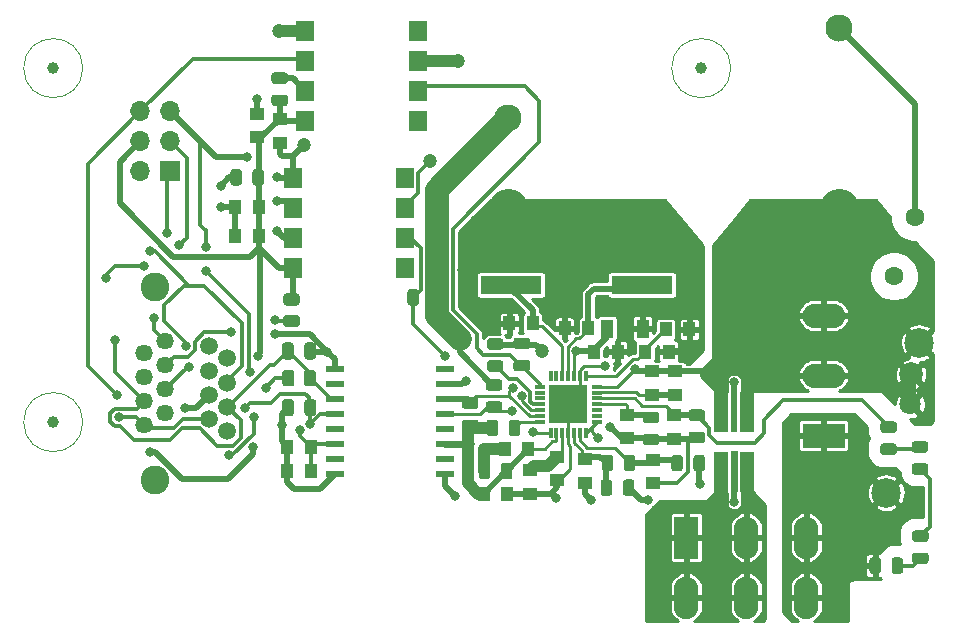
<source format=gbr>
G04 #@! TF.GenerationSoftware,KiCad,Pcbnew,(5.1.9)-1*
G04 #@! TF.CreationDate,2022-09-19T13:39:08+02:00*
G04 #@! TF.ProjectId,Zusatzplatine,5a757361-747a-4706-9c61-74696e652e6b,1.0*
G04 #@! TF.SameCoordinates,Original*
G04 #@! TF.FileFunction,Copper,L1,Top*
G04 #@! TF.FilePolarity,Positive*
%FSLAX46Y46*%
G04 Gerber Fmt 4.6, Leading zero omitted, Abs format (unit mm)*
G04 Created by KiCad (PCBNEW (5.1.9)-1) date 2022-09-19 13:39:08*
%MOMM*%
%LPD*%
G01*
G04 APERTURE LIST*
G04 #@! TA.AperFunction,EtchedComponent*
%ADD10C,0.120000*%
G04 #@! TD*
G04 #@! TA.AperFunction,EtchedComponent*
%ADD11C,0.250000*%
G04 #@! TD*
G04 #@! TA.AperFunction,SMDPad,CuDef*
%ADD12C,1.000000*%
G04 #@! TD*
G04 #@! TA.AperFunction,ComponentPad*
%ADD13C,1.462000*%
G04 #@! TD*
G04 #@! TA.AperFunction,ComponentPad*
%ADD14C,2.430000*%
G04 #@! TD*
G04 #@! TA.AperFunction,ComponentPad*
%ADD15C,1.509000*%
G04 #@! TD*
G04 #@! TA.AperFunction,ComponentPad*
%ADD16C,2.500000*%
G04 #@! TD*
G04 #@! TA.AperFunction,SMDPad,CuDef*
%ADD17R,1.000000X1.250000*%
G04 #@! TD*
G04 #@! TA.AperFunction,SMDPad,CuDef*
%ADD18R,1.250000X1.000000*%
G04 #@! TD*
G04 #@! TA.AperFunction,SMDPad,CuDef*
%ADD19R,5.175000X1.600000*%
G04 #@! TD*
G04 #@! TA.AperFunction,SMDPad,CuDef*
%ADD20R,0.250000X0.500000*%
G04 #@! TD*
G04 #@! TA.AperFunction,SMDPad,CuDef*
%ADD21R,1.000000X1.000000*%
G04 #@! TD*
G04 #@! TA.AperFunction,ComponentPad*
%ADD22C,2.300000*%
G04 #@! TD*
G04 #@! TA.AperFunction,ComponentPad*
%ADD23R,2.300000X2.000000*%
G04 #@! TD*
G04 #@! TA.AperFunction,SMDPad,CuDef*
%ADD24R,0.304800X0.812800*%
G04 #@! TD*
G04 #@! TA.AperFunction,SMDPad,CuDef*
%ADD25R,0.812800X0.304800*%
G04 #@! TD*
G04 #@! TA.AperFunction,SMDPad,CuDef*
%ADD26R,3.302000X3.302000*%
G04 #@! TD*
G04 #@! TA.AperFunction,SMDPad,CuDef*
%ADD27R,1.500000X0.600000*%
G04 #@! TD*
G04 #@! TA.AperFunction,ComponentPad*
%ADD28O,2.080000X3.600000*%
G04 #@! TD*
G04 #@! TA.AperFunction,ComponentPad*
%ADD29R,2.080000X3.600000*%
G04 #@! TD*
G04 #@! TA.AperFunction,ComponentPad*
%ADD30O,3.600000X2.080000*%
G04 #@! TD*
G04 #@! TA.AperFunction,ComponentPad*
%ADD31R,3.600000X2.080000*%
G04 #@! TD*
G04 #@! TA.AperFunction,SMDPad,CuDef*
%ADD32R,1.500000X1.780000*%
G04 #@! TD*
G04 #@! TA.AperFunction,ComponentPad*
%ADD33O,1.700000X1.700000*%
G04 #@! TD*
G04 #@! TA.AperFunction,ComponentPad*
%ADD34R,1.700000X1.700000*%
G04 #@! TD*
G04 #@! TA.AperFunction,ComponentPad*
%ADD35C,2.000000*%
G04 #@! TD*
G04 #@! TA.AperFunction,ComponentPad*
%ADD36C,1.600000*%
G04 #@! TD*
G04 #@! TA.AperFunction,SMDPad,CuDef*
%ADD37R,1.000000X1.600000*%
G04 #@! TD*
G04 #@! TA.AperFunction,SMDPad,CuDef*
%ADD38C,0.200000*%
G04 #@! TD*
G04 #@! TA.AperFunction,SMDPad,CuDef*
%ADD39R,0.600000X3.400000*%
G04 #@! TD*
G04 #@! TA.AperFunction,SMDPad,CuDef*
%ADD40R,1.200000X3.400000*%
G04 #@! TD*
G04 #@! TA.AperFunction,ComponentPad*
%ADD41C,1.800000*%
G04 #@! TD*
G04 #@! TA.AperFunction,ViaPad*
%ADD42C,1.200000*%
G04 #@! TD*
G04 #@! TA.AperFunction,ViaPad*
%ADD43C,0.800000*%
G04 #@! TD*
G04 #@! TA.AperFunction,Conductor*
%ADD44C,0.250000*%
G04 #@! TD*
G04 #@! TA.AperFunction,Conductor*
%ADD45C,1.000000*%
G04 #@! TD*
G04 #@! TA.AperFunction,Conductor*
%ADD46C,0.300000*%
G04 #@! TD*
G04 #@! TA.AperFunction,Conductor*
%ADD47C,0.500000*%
G04 #@! TD*
G04 #@! TA.AperFunction,Conductor*
%ADD48C,0.400000*%
G04 #@! TD*
G04 #@! TA.AperFunction,Conductor*
%ADD49C,3.300000*%
G04 #@! TD*
G04 #@! TA.AperFunction,Conductor*
%ADD50C,0.600000*%
G04 #@! TD*
G04 #@! TA.AperFunction,Conductor*
%ADD51C,2.000000*%
G04 #@! TD*
G04 #@! TA.AperFunction,Conductor*
%ADD52C,0.350000*%
G04 #@! TD*
G04 #@! TA.AperFunction,Conductor*
%ADD53C,0.254000*%
G04 #@! TD*
G04 #@! TA.AperFunction,Conductor*
%ADD54C,0.200000*%
G04 #@! TD*
G04 APERTURE END LIST*
D10*
X71080000Y-109220000D02*
G75*
G03*
X71080000Y-109220000I-2500000J0D01*
G01*
X125944000Y-79248000D02*
G75*
G03*
X125944000Y-79248000I-2500000J0D01*
G01*
X71080000Y-79248000D02*
G75*
G03*
X71080000Y-79248000I-2500000J0D01*
G01*
D11*
X113190000Y-105287000D02*
X113190000Y-107543000D01*
D12*
X68580000Y-109220000D03*
X123444000Y-79248000D03*
X68580000Y-79248000D03*
G04 #@! TA.AperFunction,SMDPad,CuDef*
G36*
G01*
X89200002Y-99350000D02*
X88299998Y-99350000D01*
G75*
G02*
X88050000Y-99100002I0J249998D01*
G01*
X88050000Y-98574998D01*
G75*
G02*
X88299998Y-98325000I249998J0D01*
G01*
X89200002Y-98325000D01*
G75*
G02*
X89450000Y-98574998I0J-249998D01*
G01*
X89450000Y-99100002D01*
G75*
G02*
X89200002Y-99350000I-249998J0D01*
G01*
G37*
G04 #@! TD.AperFunction*
G04 #@! TA.AperFunction,SMDPad,CuDef*
G36*
G01*
X89200002Y-101175000D02*
X88299998Y-101175000D01*
G75*
G02*
X88050000Y-100925002I0J249998D01*
G01*
X88050000Y-100399998D01*
G75*
G02*
X88299998Y-100150000I249998J0D01*
G01*
X89200002Y-100150000D01*
G75*
G02*
X89450000Y-100399998I0J-249998D01*
G01*
X89450000Y-100925002D01*
G75*
G02*
X89200002Y-101175000I-249998J0D01*
G01*
G37*
G04 #@! TD.AperFunction*
G04 #@! TA.AperFunction,SMDPad,CuDef*
G36*
G01*
X89850000Y-108475000D02*
X89850000Y-107525000D01*
G75*
G02*
X90100000Y-107275000I250000J0D01*
G01*
X90600000Y-107275000D01*
G75*
G02*
X90850000Y-107525000I0J-250000D01*
G01*
X90850000Y-108475000D01*
G75*
G02*
X90600000Y-108725000I-250000J0D01*
G01*
X90100000Y-108725000D01*
G75*
G02*
X89850000Y-108475000I0J250000D01*
G01*
G37*
G04 #@! TD.AperFunction*
G04 #@! TA.AperFunction,SMDPad,CuDef*
G36*
G01*
X87950000Y-108475000D02*
X87950000Y-107525000D01*
G75*
G02*
X88200000Y-107275000I250000J0D01*
G01*
X88700000Y-107275000D01*
G75*
G02*
X88950000Y-107525000I0J-250000D01*
G01*
X88950000Y-108475000D01*
G75*
G02*
X88700000Y-108725000I-250000J0D01*
G01*
X88200000Y-108725000D01*
G75*
G02*
X87950000Y-108475000I0J250000D01*
G01*
G37*
G04 #@! TD.AperFunction*
G04 #@! TA.AperFunction,SMDPad,CuDef*
G36*
G01*
X88950000Y-102725000D02*
X88950000Y-103675000D01*
G75*
G02*
X88700000Y-103925000I-250000J0D01*
G01*
X88200000Y-103925000D01*
G75*
G02*
X87950000Y-103675000I0J250000D01*
G01*
X87950000Y-102725000D01*
G75*
G02*
X88200000Y-102475000I250000J0D01*
G01*
X88700000Y-102475000D01*
G75*
G02*
X88950000Y-102725000I0J-250000D01*
G01*
G37*
G04 #@! TD.AperFunction*
G04 #@! TA.AperFunction,SMDPad,CuDef*
G36*
G01*
X90850000Y-102725000D02*
X90850000Y-103675000D01*
G75*
G02*
X90600000Y-103925000I-250000J0D01*
G01*
X90100000Y-103925000D01*
G75*
G02*
X89850000Y-103675000I0J250000D01*
G01*
X89850000Y-102725000D01*
G75*
G02*
X90100000Y-102475000I250000J0D01*
G01*
X90600000Y-102475000D01*
G75*
G02*
X90850000Y-102725000I0J-250000D01*
G01*
G37*
G04 #@! TD.AperFunction*
G04 #@! TA.AperFunction,SMDPad,CuDef*
G36*
G01*
X89000000Y-105049998D02*
X89000000Y-105950002D01*
G75*
G02*
X88750002Y-106200000I-249998J0D01*
G01*
X88224998Y-106200000D01*
G75*
G02*
X87975000Y-105950002I0J249998D01*
G01*
X87975000Y-105049998D01*
G75*
G02*
X88224998Y-104800000I249998J0D01*
G01*
X88750002Y-104800000D01*
G75*
G02*
X89000000Y-105049998I0J-249998D01*
G01*
G37*
G04 #@! TD.AperFunction*
G04 #@! TA.AperFunction,SMDPad,CuDef*
G36*
G01*
X90825000Y-105049998D02*
X90825000Y-105950002D01*
G75*
G02*
X90575002Y-106200000I-249998J0D01*
G01*
X90049998Y-106200000D01*
G75*
G02*
X89800000Y-105950002I0J249998D01*
G01*
X89800000Y-105049998D01*
G75*
G02*
X90049998Y-104800000I249998J0D01*
G01*
X90575002Y-104800000D01*
G75*
G02*
X90825000Y-105049998I0J-249998D01*
G01*
G37*
G04 #@! TD.AperFunction*
D13*
X76300000Y-109500000D03*
X78080000Y-108480000D03*
X76300000Y-107470000D03*
X78080000Y-106450000D03*
X76300000Y-105440000D03*
X78080000Y-104420000D03*
X76300000Y-103410000D03*
X78080000Y-102390000D03*
D14*
X77190000Y-97820000D03*
X77190000Y-114080000D03*
D15*
X81800389Y-106893592D03*
X83320389Y-103833592D03*
X83320389Y-107913592D03*
X83320389Y-109953592D03*
X81800389Y-108933592D03*
X81800389Y-102813592D03*
X81800389Y-104853592D03*
X83320389Y-105873592D03*
D16*
X139115000Y-115205000D03*
X141915000Y-102505000D03*
D17*
X90400000Y-111300000D03*
X88400000Y-111300000D03*
X86000000Y-93500000D03*
X84000000Y-93500000D03*
D18*
X85840000Y-83095000D03*
X85840000Y-85095000D03*
D19*
X107355000Y-97615000D03*
X118430000Y-97615000D03*
D20*
X113190000Y-105225000D03*
D21*
X113190000Y-107305000D03*
D22*
X107105000Y-91080000D03*
D23*
X135105000Y-91080000D03*
D22*
X135105000Y-75880000D03*
X107105000Y-83480000D03*
G04 #@! TA.AperFunction,SMDPad,CuDef*
G36*
G01*
X88216250Y-80590000D02*
X87303750Y-80590000D01*
G75*
G02*
X87060000Y-80346250I0J243750D01*
G01*
X87060000Y-79858750D01*
G75*
G02*
X87303750Y-79615000I243750J0D01*
G01*
X88216250Y-79615000D01*
G75*
G02*
X88460000Y-79858750I0J-243750D01*
G01*
X88460000Y-80346250D01*
G75*
G02*
X88216250Y-80590000I-243750J0D01*
G01*
G37*
G04 #@! TD.AperFunction*
G04 #@! TA.AperFunction,SMDPad,CuDef*
G36*
G01*
X88216250Y-82465000D02*
X87303750Y-82465000D01*
G75*
G02*
X87060000Y-82221250I0J243750D01*
G01*
X87060000Y-81733750D01*
G75*
G02*
X87303750Y-81490000I243750J0D01*
G01*
X88216250Y-81490000D01*
G75*
G02*
X88460000Y-81733750I0J-243750D01*
G01*
X88460000Y-82221250D01*
G75*
G02*
X88216250Y-82465000I-243750J0D01*
G01*
G37*
G04 #@! TD.AperFunction*
G04 #@! TA.AperFunction,SMDPad,CuDef*
G36*
G01*
X138848750Y-109152500D02*
X139761250Y-109152500D01*
G75*
G02*
X140005000Y-109396250I0J-243750D01*
G01*
X140005000Y-109883750D01*
G75*
G02*
X139761250Y-110127500I-243750J0D01*
G01*
X138848750Y-110127500D01*
G75*
G02*
X138605000Y-109883750I0J243750D01*
G01*
X138605000Y-109396250D01*
G75*
G02*
X138848750Y-109152500I243750J0D01*
G01*
G37*
G04 #@! TD.AperFunction*
G04 #@! TA.AperFunction,SMDPad,CuDef*
G36*
G01*
X138848750Y-111027500D02*
X139761250Y-111027500D01*
G75*
G02*
X140005000Y-111271250I0J-243750D01*
G01*
X140005000Y-111758750D01*
G75*
G02*
X139761250Y-112002500I-243750J0D01*
G01*
X138848750Y-112002500D01*
G75*
G02*
X138605000Y-111758750I0J243750D01*
G01*
X138605000Y-111271250D01*
G75*
G02*
X138848750Y-111027500I243750J0D01*
G01*
G37*
G04 #@! TD.AperFunction*
G04 #@! TA.AperFunction,SMDPad,CuDef*
G36*
G01*
X141508750Y-112700000D02*
X142421250Y-112700000D01*
G75*
G02*
X142665000Y-112943750I0J-243750D01*
G01*
X142665000Y-113431250D01*
G75*
G02*
X142421250Y-113675000I-243750J0D01*
G01*
X141508750Y-113675000D01*
G75*
G02*
X141265000Y-113431250I0J243750D01*
G01*
X141265000Y-112943750D01*
G75*
G02*
X141508750Y-112700000I243750J0D01*
G01*
G37*
G04 #@! TD.AperFunction*
G04 #@! TA.AperFunction,SMDPad,CuDef*
G36*
G01*
X141508750Y-110825000D02*
X142421250Y-110825000D01*
G75*
G02*
X142665000Y-111068750I0J-243750D01*
G01*
X142665000Y-111556250D01*
G75*
G02*
X142421250Y-111800000I-243750J0D01*
G01*
X141508750Y-111800000D01*
G75*
G02*
X141265000Y-111556250I0J243750D01*
G01*
X141265000Y-111068750D01*
G75*
G02*
X141508750Y-110825000I243750J0D01*
G01*
G37*
G04 #@! TD.AperFunction*
D24*
X110685000Y-110120300D03*
X111184999Y-110120300D03*
X111685001Y-110120300D03*
X112185000Y-110120300D03*
X112684999Y-110120300D03*
X113185001Y-110120300D03*
X113685000Y-110120300D03*
D25*
X114585300Y-109220000D03*
X114585300Y-108720001D03*
X114585300Y-108219999D03*
X114585300Y-107720000D03*
X114585300Y-107220001D03*
X114585300Y-106719999D03*
X114585300Y-106220000D03*
D24*
X113685000Y-105319700D03*
X113185001Y-105319700D03*
X112684999Y-105319700D03*
X112185000Y-105319700D03*
X111685001Y-105319700D03*
X111184999Y-105319700D03*
X110685000Y-105319700D03*
D25*
X109784700Y-106220000D03*
X109784700Y-106719999D03*
X109784700Y-107220001D03*
X109784700Y-107720000D03*
X109784700Y-108219999D03*
X109784700Y-108720001D03*
X109784700Y-109220000D03*
D26*
X112185000Y-107720000D03*
D27*
X92445000Y-113650000D03*
X92445000Y-112380000D03*
X92445000Y-111110000D03*
X92445000Y-109840000D03*
X92445000Y-108570000D03*
X92445000Y-107300000D03*
X92445000Y-106030000D03*
X92445000Y-104760000D03*
X101745000Y-104760000D03*
X101745000Y-106030000D03*
X101745000Y-107300000D03*
X101745000Y-108570000D03*
X101745000Y-109840000D03*
X101745000Y-111110000D03*
X101745000Y-112380000D03*
X101745000Y-113650000D03*
D17*
X106815000Y-111520000D03*
X108815000Y-111520000D03*
X120695000Y-103250000D03*
X118695000Y-103250000D03*
X116360000Y-103250000D03*
X114360000Y-103250000D03*
X120445000Y-101375000D03*
X122445000Y-101375000D03*
D18*
X117190000Y-108595000D03*
X117190000Y-110595000D03*
X121250000Y-106910000D03*
X121250000Y-104910000D03*
X121115000Y-110610000D03*
X121115000Y-108610000D03*
X111255000Y-114135000D03*
X111255000Y-112135000D03*
D17*
X111870000Y-101265000D03*
X113870000Y-101265000D03*
X109180000Y-100870000D03*
X107180000Y-100870000D03*
D18*
X119260000Y-104910000D03*
X119260000Y-106910000D03*
X108915000Y-113275000D03*
X108915000Y-115275000D03*
D28*
X132345000Y-118990000D03*
X127265000Y-118990000D03*
D29*
X122185000Y-118990000D03*
D28*
X122185000Y-124070000D03*
X127265000Y-124070000D03*
X132345000Y-124070000D03*
D30*
X133815000Y-100195000D03*
X133815000Y-105275000D03*
D31*
X133815000Y-110355000D03*
D17*
X107020000Y-115270000D03*
X105020000Y-115270000D03*
X90400000Y-113400000D03*
X88400000Y-113400000D03*
D18*
X87750000Y-85550000D03*
X87750000Y-83550000D03*
D32*
X89920000Y-83685000D03*
X99450000Y-76065000D03*
X89920000Y-81145000D03*
X99450000Y-78605000D03*
X89920000Y-78605000D03*
X99450000Y-81145000D03*
X89920000Y-76065000D03*
X99450000Y-83685000D03*
X88865000Y-96175000D03*
X98395000Y-88555000D03*
X88865000Y-93635000D03*
X98395000Y-91095000D03*
X88865000Y-91095000D03*
X98395000Y-93635000D03*
X88865000Y-88555000D03*
X98395000Y-96175000D03*
G04 #@! TA.AperFunction,SMDPad,CuDef*
G36*
G01*
X105443750Y-105575000D02*
X106356250Y-105575000D01*
G75*
G02*
X106600000Y-105818750I0J-243750D01*
G01*
X106600000Y-106306250D01*
G75*
G02*
X106356250Y-106550000I-243750J0D01*
G01*
X105443750Y-106550000D01*
G75*
G02*
X105200000Y-106306250I0J243750D01*
G01*
X105200000Y-105818750D01*
G75*
G02*
X105443750Y-105575000I243750J0D01*
G01*
G37*
G04 #@! TD.AperFunction*
G04 #@! TA.AperFunction,SMDPad,CuDef*
G36*
G01*
X105443750Y-107450000D02*
X106356250Y-107450000D01*
G75*
G02*
X106600000Y-107693750I0J-243750D01*
G01*
X106600000Y-108181250D01*
G75*
G02*
X106356250Y-108425000I-243750J0D01*
G01*
X105443750Y-108425000D01*
G75*
G02*
X105200000Y-108181250I0J243750D01*
G01*
X105200000Y-107693750D01*
G75*
G02*
X105443750Y-107450000I243750J0D01*
G01*
G37*
G04 #@! TD.AperFunction*
G04 #@! TA.AperFunction,SMDPad,CuDef*
G36*
G01*
X141538750Y-118395000D02*
X142451250Y-118395000D01*
G75*
G02*
X142695000Y-118638750I0J-243750D01*
G01*
X142695000Y-119126250D01*
G75*
G02*
X142451250Y-119370000I-243750J0D01*
G01*
X141538750Y-119370000D01*
G75*
G02*
X141295000Y-119126250I0J243750D01*
G01*
X141295000Y-118638750D01*
G75*
G02*
X141538750Y-118395000I243750J0D01*
G01*
G37*
G04 #@! TD.AperFunction*
G04 #@! TA.AperFunction,SMDPad,CuDef*
G36*
G01*
X141538750Y-120270000D02*
X142451250Y-120270000D01*
G75*
G02*
X142695000Y-120513750I0J-243750D01*
G01*
X142695000Y-121001250D01*
G75*
G02*
X142451250Y-121245000I-243750J0D01*
G01*
X141538750Y-121245000D01*
G75*
G02*
X141295000Y-121001250I0J243750D01*
G01*
X141295000Y-120513750D01*
G75*
G02*
X141538750Y-120270000I243750J0D01*
G01*
G37*
G04 #@! TD.AperFunction*
G04 #@! TA.AperFunction,SMDPad,CuDef*
G36*
G01*
X114932500Y-115231250D02*
X114932500Y-114318750D01*
G75*
G02*
X115176250Y-114075000I243750J0D01*
G01*
X115663750Y-114075000D01*
G75*
G02*
X115907500Y-114318750I0J-243750D01*
G01*
X115907500Y-115231250D01*
G75*
G02*
X115663750Y-115475000I-243750J0D01*
G01*
X115176250Y-115475000D01*
G75*
G02*
X114932500Y-115231250I0J243750D01*
G01*
G37*
G04 #@! TD.AperFunction*
G04 #@! TA.AperFunction,SMDPad,CuDef*
G36*
G01*
X116807500Y-115231250D02*
X116807500Y-114318750D01*
G75*
G02*
X117051250Y-114075000I243750J0D01*
G01*
X117538750Y-114075000D01*
G75*
G02*
X117782500Y-114318750I0J-243750D01*
G01*
X117782500Y-115231250D01*
G75*
G02*
X117538750Y-115475000I-243750J0D01*
G01*
X117051250Y-115475000D01*
G75*
G02*
X116807500Y-115231250I0J243750D01*
G01*
G37*
G04 #@! TD.AperFunction*
G04 #@! TA.AperFunction,SMDPad,CuDef*
G36*
G01*
X120910000Y-113151250D02*
X120910000Y-112238750D01*
G75*
G02*
X121153750Y-111995000I243750J0D01*
G01*
X121641250Y-111995000D01*
G75*
G02*
X121885000Y-112238750I0J-243750D01*
G01*
X121885000Y-113151250D01*
G75*
G02*
X121641250Y-113395000I-243750J0D01*
G01*
X121153750Y-113395000D01*
G75*
G02*
X120910000Y-113151250I0J243750D01*
G01*
G37*
G04 #@! TD.AperFunction*
G04 #@! TA.AperFunction,SMDPad,CuDef*
G36*
G01*
X122785000Y-113151250D02*
X122785000Y-112238750D01*
G75*
G02*
X123028750Y-111995000I243750J0D01*
G01*
X123516250Y-111995000D01*
G75*
G02*
X123760000Y-112238750I0J-243750D01*
G01*
X123760000Y-113151250D01*
G75*
G02*
X123516250Y-113395000I-243750J0D01*
G01*
X123028750Y-113395000D01*
G75*
G02*
X122785000Y-113151250I0J243750D01*
G01*
G37*
G04 #@! TD.AperFunction*
G04 #@! TA.AperFunction,SMDPad,CuDef*
G36*
G01*
X122618750Y-108145000D02*
X123531250Y-108145000D01*
G75*
G02*
X123775000Y-108388750I0J-243750D01*
G01*
X123775000Y-108876250D01*
G75*
G02*
X123531250Y-109120000I-243750J0D01*
G01*
X122618750Y-109120000D01*
G75*
G02*
X122375000Y-108876250I0J243750D01*
G01*
X122375000Y-108388750D01*
G75*
G02*
X122618750Y-108145000I243750J0D01*
G01*
G37*
G04 #@! TD.AperFunction*
G04 #@! TA.AperFunction,SMDPad,CuDef*
G36*
G01*
X122618750Y-110020000D02*
X123531250Y-110020000D01*
G75*
G02*
X123775000Y-110263750I0J-243750D01*
G01*
X123775000Y-110751250D01*
G75*
G02*
X123531250Y-110995000I-243750J0D01*
G01*
X122618750Y-110995000D01*
G75*
G02*
X122375000Y-110751250I0J243750D01*
G01*
X122375000Y-110263750D01*
G75*
G02*
X122618750Y-110020000I243750J0D01*
G01*
G37*
G04 #@! TD.AperFunction*
G04 #@! TA.AperFunction,SMDPad,CuDef*
G36*
G01*
X115980000Y-112208750D02*
X115980000Y-113121250D01*
G75*
G02*
X115736250Y-113365000I-243750J0D01*
G01*
X115248750Y-113365000D01*
G75*
G02*
X115005000Y-113121250I0J243750D01*
G01*
X115005000Y-112208750D01*
G75*
G02*
X115248750Y-111965000I243750J0D01*
G01*
X115736250Y-111965000D01*
G75*
G02*
X115980000Y-112208750I0J-243750D01*
G01*
G37*
G04 #@! TD.AperFunction*
G04 #@! TA.AperFunction,SMDPad,CuDef*
G36*
G01*
X117855000Y-112208750D02*
X117855000Y-113121250D01*
G75*
G02*
X117611250Y-113365000I-243750J0D01*
G01*
X117123750Y-113365000D01*
G75*
G02*
X116880000Y-113121250I0J243750D01*
G01*
X116880000Y-112208750D01*
G75*
G02*
X117123750Y-111965000I243750J0D01*
G01*
X117611250Y-111965000D01*
G75*
G02*
X117855000Y-112208750I0J-243750D01*
G01*
G37*
G04 #@! TD.AperFunction*
G04 #@! TA.AperFunction,SMDPad,CuDef*
G36*
G01*
X105585000Y-112918750D02*
X105585000Y-113831250D01*
G75*
G02*
X105341250Y-114075000I-243750J0D01*
G01*
X104853750Y-114075000D01*
G75*
G02*
X104610000Y-113831250I0J243750D01*
G01*
X104610000Y-112918750D01*
G75*
G02*
X104853750Y-112675000I243750J0D01*
G01*
X105341250Y-112675000D01*
G75*
G02*
X105585000Y-112918750I0J-243750D01*
G01*
G37*
G04 #@! TD.AperFunction*
G04 #@! TA.AperFunction,SMDPad,CuDef*
G36*
G01*
X107460000Y-112918750D02*
X107460000Y-113831250D01*
G75*
G02*
X107216250Y-114075000I-243750J0D01*
G01*
X106728750Y-114075000D01*
G75*
G02*
X106485000Y-113831250I0J243750D01*
G01*
X106485000Y-112918750D01*
G75*
G02*
X106728750Y-112675000I243750J0D01*
G01*
X107216250Y-112675000D01*
G75*
G02*
X107460000Y-112918750I0J-243750D01*
G01*
G37*
G04 #@! TD.AperFunction*
G04 #@! TA.AperFunction,SMDPad,CuDef*
G36*
G01*
X108706250Y-104925000D02*
X107793750Y-104925000D01*
G75*
G02*
X107550000Y-104681250I0J243750D01*
G01*
X107550000Y-104193750D01*
G75*
G02*
X107793750Y-103950000I243750J0D01*
G01*
X108706250Y-103950000D01*
G75*
G02*
X108950000Y-104193750I0J-243750D01*
G01*
X108950000Y-104681250D01*
G75*
G02*
X108706250Y-104925000I-243750J0D01*
G01*
G37*
G04 #@! TD.AperFunction*
G04 #@! TA.AperFunction,SMDPad,CuDef*
G36*
G01*
X108706250Y-103050000D02*
X107793750Y-103050000D01*
G75*
G02*
X107550000Y-102806250I0J243750D01*
G01*
X107550000Y-102318750D01*
G75*
G02*
X107793750Y-102075000I243750J0D01*
G01*
X108706250Y-102075000D01*
G75*
G02*
X108950000Y-102318750I0J-243750D01*
G01*
X108950000Y-102806250D01*
G75*
G02*
X108706250Y-103050000I-243750J0D01*
G01*
G37*
G04 #@! TD.AperFunction*
G04 #@! TA.AperFunction,SMDPad,CuDef*
G36*
G01*
X104336250Y-108107500D02*
X103423750Y-108107500D01*
G75*
G02*
X103180000Y-107863750I0J243750D01*
G01*
X103180000Y-107376250D01*
G75*
G02*
X103423750Y-107132500I243750J0D01*
G01*
X104336250Y-107132500D01*
G75*
G02*
X104580000Y-107376250I0J-243750D01*
G01*
X104580000Y-107863750D01*
G75*
G02*
X104336250Y-108107500I-243750J0D01*
G01*
G37*
G04 #@! TD.AperFunction*
G04 #@! TA.AperFunction,SMDPad,CuDef*
G36*
G01*
X104336250Y-109982500D02*
X103423750Y-109982500D01*
G75*
G02*
X103180000Y-109738750I0J243750D01*
G01*
X103180000Y-109251250D01*
G75*
G02*
X103423750Y-109007500I243750J0D01*
G01*
X104336250Y-109007500D01*
G75*
G02*
X104580000Y-109251250I0J-243750D01*
G01*
X104580000Y-109738750D01*
G75*
G02*
X104336250Y-109982500I-243750J0D01*
G01*
G37*
G04 #@! TD.AperFunction*
G04 #@! TA.AperFunction,SMDPad,CuDef*
G36*
G01*
X105543750Y-102112500D02*
X106456250Y-102112500D01*
G75*
G02*
X106700000Y-102356250I0J-243750D01*
G01*
X106700000Y-102843750D01*
G75*
G02*
X106456250Y-103087500I-243750J0D01*
G01*
X105543750Y-103087500D01*
G75*
G02*
X105300000Y-102843750I0J243750D01*
G01*
X105300000Y-102356250D01*
G75*
G02*
X105543750Y-102112500I243750J0D01*
G01*
G37*
G04 #@! TD.AperFunction*
G04 #@! TA.AperFunction,SMDPad,CuDef*
G36*
G01*
X105543750Y-103987500D02*
X106456250Y-103987500D01*
G75*
G02*
X106700000Y-104231250I0J-243750D01*
G01*
X106700000Y-104718750D01*
G75*
G02*
X106456250Y-104962500I-243750J0D01*
G01*
X105543750Y-104962500D01*
G75*
G02*
X105300000Y-104718750I0J243750D01*
G01*
X105300000Y-104231250D01*
G75*
G02*
X105543750Y-103987500I243750J0D01*
G01*
G37*
G04 #@! TD.AperFunction*
G04 #@! TA.AperFunction,SMDPad,CuDef*
G36*
G01*
X107150000Y-110156250D02*
X107150000Y-109243750D01*
G75*
G02*
X107393750Y-109000000I243750J0D01*
G01*
X107881250Y-109000000D01*
G75*
G02*
X108125000Y-109243750I0J-243750D01*
G01*
X108125000Y-110156250D01*
G75*
G02*
X107881250Y-110400000I-243750J0D01*
G01*
X107393750Y-110400000D01*
G75*
G02*
X107150000Y-110156250I0J243750D01*
G01*
G37*
G04 #@! TD.AperFunction*
G04 #@! TA.AperFunction,SMDPad,CuDef*
G36*
G01*
X105275000Y-110156250D02*
X105275000Y-109243750D01*
G75*
G02*
X105518750Y-109000000I243750J0D01*
G01*
X106006250Y-109000000D01*
G75*
G02*
X106250000Y-109243750I0J-243750D01*
G01*
X106250000Y-110156250D01*
G75*
G02*
X106006250Y-110400000I-243750J0D01*
G01*
X105518750Y-110400000D01*
G75*
G02*
X105275000Y-110156250I0J243750D01*
G01*
G37*
G04 #@! TD.AperFunction*
G04 #@! TA.AperFunction,SMDPad,CuDef*
G36*
G01*
X119651250Y-109300000D02*
X118738750Y-109300000D01*
G75*
G02*
X118495000Y-109056250I0J243750D01*
G01*
X118495000Y-108568750D01*
G75*
G02*
X118738750Y-108325000I243750J0D01*
G01*
X119651250Y-108325000D01*
G75*
G02*
X119895000Y-108568750I0J-243750D01*
G01*
X119895000Y-109056250D01*
G75*
G02*
X119651250Y-109300000I-243750J0D01*
G01*
G37*
G04 #@! TD.AperFunction*
G04 #@! TA.AperFunction,SMDPad,CuDef*
G36*
G01*
X119651250Y-111175000D02*
X118738750Y-111175000D01*
G75*
G02*
X118495000Y-110931250I0J243750D01*
G01*
X118495000Y-110443750D01*
G75*
G02*
X118738750Y-110200000I243750J0D01*
G01*
X119651250Y-110200000D01*
G75*
G02*
X119895000Y-110443750I0J-243750D01*
G01*
X119895000Y-110931250D01*
G75*
G02*
X119651250Y-111175000I-243750J0D01*
G01*
G37*
G04 #@! TD.AperFunction*
D33*
X75960000Y-82920000D03*
X78500000Y-82920000D03*
X75960000Y-85460000D03*
X78500000Y-85460000D03*
X75960000Y-88000000D03*
D34*
X78500000Y-88000000D03*
D17*
X84000000Y-91000000D03*
X86000000Y-91000000D03*
D35*
X141210000Y-105180000D03*
X139110000Y-115180000D03*
G04 #@! TA.AperFunction,SMDPad,CuDef*
G36*
G01*
X101415000Y-98208750D02*
X101415000Y-99121250D01*
G75*
G02*
X101171250Y-99365000I-243750J0D01*
G01*
X100683750Y-99365000D01*
G75*
G02*
X100440000Y-99121250I0J243750D01*
G01*
X100440000Y-98208750D01*
G75*
G02*
X100683750Y-97965000I243750J0D01*
G01*
X101171250Y-97965000D01*
G75*
G02*
X101415000Y-98208750I0J-243750D01*
G01*
G37*
G04 #@! TD.AperFunction*
G04 #@! TA.AperFunction,SMDPad,CuDef*
G36*
G01*
X99540000Y-98208750D02*
X99540000Y-99121250D01*
G75*
G02*
X99296250Y-99365000I-243750J0D01*
G01*
X98808750Y-99365000D01*
G75*
G02*
X98565000Y-99121250I0J243750D01*
G01*
X98565000Y-98208750D01*
G75*
G02*
X98808750Y-97965000I243750J0D01*
G01*
X99296250Y-97965000D01*
G75*
G02*
X99540000Y-98208750I0J-243750D01*
G01*
G37*
G04 #@! TD.AperFunction*
G04 #@! TA.AperFunction,SMDPad,CuDef*
G36*
G01*
X86425000Y-88043750D02*
X86425000Y-88956250D01*
G75*
G02*
X86181250Y-89200000I-243750J0D01*
G01*
X85693750Y-89200000D01*
G75*
G02*
X85450000Y-88956250I0J243750D01*
G01*
X85450000Y-88043750D01*
G75*
G02*
X85693750Y-87800000I243750J0D01*
G01*
X86181250Y-87800000D01*
G75*
G02*
X86425000Y-88043750I0J-243750D01*
G01*
G37*
G04 #@! TD.AperFunction*
G04 #@! TA.AperFunction,SMDPad,CuDef*
G36*
G01*
X84550000Y-88043750D02*
X84550000Y-88956250D01*
G75*
G02*
X84306250Y-89200000I-243750J0D01*
G01*
X83818750Y-89200000D01*
G75*
G02*
X83575000Y-88956250I0J243750D01*
G01*
X83575000Y-88043750D01*
G75*
G02*
X83818750Y-87800000I243750J0D01*
G01*
X84306250Y-87800000D01*
G75*
G02*
X84550000Y-88043750I0J-243750D01*
G01*
G37*
G04 #@! TD.AperFunction*
D36*
X139765000Y-96870000D03*
X141565000Y-91870000D03*
D18*
X119330000Y-114405000D03*
X119330000Y-112405000D03*
D37*
X115480000Y-101300000D03*
X118480000Y-101300000D03*
D18*
X113570000Y-112375000D03*
X113570000Y-114375000D03*
G04 #@! TA.AperFunction,SMDPad,CuDef*
G36*
G01*
X138665000Y-120918750D02*
X138665000Y-121831250D01*
G75*
G02*
X138421250Y-122075000I-243750J0D01*
G01*
X137933750Y-122075000D01*
G75*
G02*
X137690000Y-121831250I0J243750D01*
G01*
X137690000Y-120918750D01*
G75*
G02*
X137933750Y-120675000I243750J0D01*
G01*
X138421250Y-120675000D01*
G75*
G02*
X138665000Y-120918750I0J-243750D01*
G01*
G37*
G04 #@! TD.AperFunction*
G04 #@! TA.AperFunction,SMDPad,CuDef*
G36*
G01*
X140540000Y-120918750D02*
X140540000Y-121831250D01*
G75*
G02*
X140296250Y-122075000I-243750J0D01*
G01*
X139808750Y-122075000D01*
G75*
G02*
X139565000Y-121831250I0J243750D01*
G01*
X139565000Y-120918750D01*
G75*
G02*
X139808750Y-120675000I243750J0D01*
G01*
X140296250Y-120675000D01*
G75*
G02*
X140540000Y-120918750I0J-243750D01*
G01*
G37*
G04 #@! TD.AperFunction*
G04 #@! TA.AperFunction,SMDPad,CuDef*
D38*
G36*
X126540000Y-111705000D02*
G01*
X126540000Y-115105000D01*
X125940000Y-115105000D01*
X125940000Y-111705000D01*
X126540000Y-111705000D01*
G37*
G04 #@! TD.AperFunction*
D39*
X126240000Y-108405000D03*
D40*
X127340000Y-113405000D03*
X125140000Y-113405000D03*
X125140000Y-108405000D03*
X127340000Y-108405000D03*
D41*
X139110000Y-115180000D03*
X141160000Y-107680000D03*
D42*
X122480000Y-102865000D03*
D43*
X105085000Y-111520000D03*
D42*
X110275000Y-92765000D03*
X116185000Y-92765000D03*
X121590000Y-93175000D03*
D43*
X103155000Y-96375000D03*
X102560000Y-115435000D03*
X111110000Y-115675000D03*
D42*
X112240000Y-99280000D03*
X105250000Y-100750000D03*
D43*
X117000000Y-101420000D03*
D42*
X104150000Y-93270000D03*
X100510000Y-87125000D03*
X102875000Y-78605000D03*
D43*
X103500000Y-105750000D03*
D42*
X103680001Y-111110000D03*
D43*
X112850000Y-103215000D03*
X114725000Y-110595000D03*
D42*
X110000000Y-103200000D03*
X103000000Y-102200000D03*
D43*
X109205000Y-110095000D03*
X101748621Y-103600000D03*
X87500000Y-93000000D03*
X82750000Y-89250000D03*
X115338833Y-104432101D03*
X117802653Y-104757653D03*
X126240000Y-105805000D03*
X114075000Y-115790000D03*
X115754142Y-109607629D03*
X118905685Y-115810000D03*
X77100000Y-100400000D03*
X76800000Y-111750000D03*
X85512705Y-111337478D03*
X79769669Y-108030331D03*
X89500000Y-109900000D03*
X85900000Y-103600000D03*
X86600004Y-106300000D03*
D42*
X89852463Y-85717463D03*
D43*
X87500000Y-88500000D03*
X85840000Y-81840006D03*
D42*
X87685000Y-76065000D03*
D43*
X82750000Y-91000000D03*
X91800000Y-103250000D03*
X87400000Y-101800000D03*
X87951171Y-109451171D03*
X83672712Y-101612037D03*
X74000000Y-106900000D03*
X74149990Y-108820197D03*
X81509935Y-94400000D03*
X85000012Y-86750000D03*
X87500000Y-90500000D03*
X85550000Y-108750000D03*
X85203517Y-105000000D03*
X81500000Y-96400000D03*
X83500000Y-112000000D03*
X73800000Y-102250000D03*
X76300000Y-96000000D03*
X73050000Y-97000000D03*
X79250000Y-94250000D03*
X76750000Y-94750000D03*
X78250000Y-93250000D03*
X80102495Y-104552495D03*
X84800000Y-108000000D03*
X90349995Y-109350005D03*
X87400000Y-100600000D03*
X79800000Y-102750010D03*
X108261944Y-107007026D03*
X107400000Y-108270153D03*
X107500000Y-106300000D03*
X126240000Y-115955000D03*
X123375000Y-114420000D03*
D44*
X111250000Y-114130000D02*
X111255000Y-114135000D01*
D45*
X111270000Y-114150000D02*
X111255000Y-114135000D01*
D46*
X120695000Y-103120000D02*
X122225000Y-103120000D01*
X122225000Y-103120000D02*
X122480000Y-102865000D01*
D45*
X106815000Y-111520000D02*
X105085000Y-111520000D01*
X105035000Y-111570000D02*
X105085000Y-111520000D01*
X105035000Y-113375000D02*
X105035000Y-111570000D01*
D46*
X116595000Y-93175000D02*
X116185000Y-92765000D01*
X121590000Y-93175000D02*
X116595000Y-93175000D01*
X113200000Y-92765000D02*
X110275000Y-92765000D01*
X116185000Y-92765000D02*
X113200000Y-92765000D01*
D47*
X101745000Y-113650000D02*
X101745000Y-114620000D01*
X101745000Y-114620000D02*
X102560000Y-115435000D01*
X108910000Y-115270000D02*
X108915000Y-115275000D01*
X107020000Y-115270000D02*
X108910000Y-115270000D01*
X108915000Y-115275000D02*
X110710000Y-115275000D01*
X110710000Y-115275000D02*
X111110000Y-115675000D01*
X111255000Y-114730000D02*
X111255000Y-114135000D01*
X110710000Y-115275000D02*
X111255000Y-114730000D01*
D46*
X113200000Y-92765000D02*
X113200000Y-98320000D01*
X112839999Y-98680001D02*
X112240000Y-99280000D01*
X113200000Y-98320000D02*
X112839999Y-98680001D01*
D48*
X117120000Y-101300000D02*
X117000000Y-101420000D01*
D46*
X104655000Y-92765000D02*
X104150000Y-93270000D01*
X99495001Y-88139999D02*
X100510000Y-87125000D01*
X99495001Y-89854999D02*
X99495001Y-88139999D01*
X98395000Y-91095000D02*
X98395000Y-90955000D01*
X98395000Y-90955000D02*
X99495001Y-89854999D01*
D45*
X99450000Y-78605000D02*
X102875000Y-78605000D01*
D44*
X112185000Y-110776700D02*
X112185000Y-110120300D01*
X112185000Y-111084519D02*
X112185000Y-110776700D01*
X112305000Y-111204519D02*
X112185000Y-111084519D01*
X112305000Y-113210000D02*
X112305000Y-111204519D01*
X111380000Y-114135000D02*
X112305000Y-113210000D01*
X111255000Y-114135000D02*
X111380000Y-114135000D01*
X112185000Y-110120300D02*
X112185000Y-107720000D01*
D46*
X107105000Y-92675000D02*
X107015000Y-92765000D01*
D49*
X107105000Y-91080000D02*
X107105000Y-92675000D01*
D46*
X107015000Y-92765000D02*
X104655000Y-92765000D01*
X110275000Y-92765000D02*
X107015000Y-92765000D01*
D47*
X103220000Y-106030000D02*
X103500000Y-105750000D01*
X101745000Y-106030000D02*
X103220000Y-106030000D01*
X119260000Y-106910000D02*
X120975000Y-106910000D01*
D44*
X114607898Y-106697401D02*
X114585300Y-106719999D01*
X117938811Y-106697401D02*
X114607898Y-106697401D01*
X119260000Y-106910000D02*
X118151410Y-106910000D01*
X118151410Y-106910000D02*
X117938811Y-106697401D01*
D47*
X106915000Y-113375000D02*
X105020000Y-115270000D01*
X107035000Y-113375000D02*
X106915000Y-113375000D01*
X108815000Y-111520000D02*
X108815000Y-111595000D01*
X104050000Y-109680000D02*
X103880000Y-109510000D01*
D45*
X105700000Y-109680000D02*
X104050000Y-109680000D01*
D50*
X103610000Y-111110000D02*
X103680001Y-111110000D01*
X103525000Y-111025000D02*
X103610000Y-111110000D01*
X101745000Y-111110000D02*
X103680001Y-111110000D01*
D45*
X103680001Y-109709999D02*
X103880000Y-109510000D01*
X103680001Y-111110000D02*
X103680001Y-109709999D01*
D47*
X106972500Y-113362500D02*
X108815000Y-111520000D01*
X106972500Y-113375000D02*
X106972500Y-113362500D01*
D45*
X104544998Y-115270000D02*
X105020000Y-115270000D01*
X103680001Y-111110000D02*
X103680001Y-114405003D01*
X103680001Y-114405003D02*
X104544998Y-115270000D01*
D47*
X114265000Y-103215000D02*
X114360000Y-103120000D01*
X112850000Y-103215000D02*
X114265000Y-103215000D01*
X115480000Y-102000000D02*
X115480000Y-101300000D01*
X114360000Y-103120000D02*
X115480000Y-102000000D01*
D44*
X112684999Y-103380001D02*
X112850000Y-103215000D01*
X112684999Y-105319700D02*
X112684999Y-103380001D01*
X114585300Y-109220000D02*
X114175150Y-109630150D01*
X114175150Y-109630150D02*
X113685000Y-110120300D01*
X111184999Y-110776700D02*
X111184999Y-110120300D01*
X111109998Y-110851701D02*
X111184999Y-110776700D01*
X110848299Y-110851701D02*
X111109998Y-110851701D01*
X110180000Y-111520000D02*
X110848299Y-110851701D01*
X108815000Y-111520000D02*
X110180000Y-111520000D01*
X114175150Y-110045150D02*
X114325001Y-110195001D01*
X114325001Y-110195001D02*
X114725000Y-110595000D01*
X114175150Y-109630150D02*
X114175150Y-110045150D01*
D47*
X106000000Y-102662500D02*
X108250000Y-102662500D01*
X109462500Y-102662500D02*
X110000000Y-103200000D01*
X108250000Y-102662500D02*
X109462500Y-102662500D01*
D51*
X101044990Y-100244990D02*
X103000000Y-102200000D01*
D47*
X105725000Y-106045000D02*
X103000000Y-103320000D01*
X103000000Y-103320000D02*
X103000000Y-102200000D01*
D51*
X101044990Y-89540010D02*
X101044990Y-100244990D01*
X107105000Y-83480000D02*
X101044990Y-89540010D01*
D47*
X121310000Y-108600000D02*
X123295000Y-108600000D01*
D46*
X137055000Y-107390000D02*
X139305000Y-109640000D01*
X128790000Y-109000000D02*
X130400000Y-107390000D01*
X130400000Y-107390000D02*
X137055000Y-107390000D01*
X123075000Y-108632500D02*
X124125010Y-109682510D01*
X124125010Y-110320012D02*
X124769998Y-110965000D01*
X124125010Y-109682510D02*
X124125010Y-110320012D01*
X124769998Y-110965000D02*
X127960000Y-110965000D01*
X127960000Y-110965000D02*
X128790000Y-110135000D01*
X128790000Y-110135000D02*
X128790000Y-109000000D01*
D44*
X120435000Y-107850000D02*
X121185000Y-108600000D01*
X121185000Y-108600000D02*
X121310000Y-108600000D01*
X118455000Y-107850000D02*
X120435000Y-107850000D01*
X117825001Y-107220001D02*
X118455000Y-107850000D01*
X114585300Y-107220001D02*
X117825001Y-107220001D01*
D47*
X117440000Y-112675000D02*
X117430000Y-112665000D01*
X119070000Y-112665000D02*
X119330000Y-112405000D01*
X117367500Y-112665000D02*
X119070000Y-112665000D01*
X121107500Y-112405000D02*
X121397500Y-112695000D01*
X119330000Y-112405000D02*
X121107500Y-112405000D01*
D44*
X116165001Y-111400001D02*
X117430000Y-112665000D01*
X113808302Y-111400001D02*
X116165001Y-111400001D01*
X113185001Y-110776700D02*
X113808302Y-111400001D01*
X113185001Y-110120300D02*
X113185001Y-110776700D01*
X113870000Y-101390000D02*
X113870000Y-101265000D01*
X113120000Y-102140000D02*
X113870000Y-101390000D01*
X112851998Y-102140000D02*
X113120000Y-102140000D01*
D47*
X114342500Y-97915000D02*
X118430000Y-97915000D01*
X113870000Y-98387500D02*
X114342500Y-97915000D01*
X113870000Y-101265000D02*
X113870000Y-98387500D01*
D44*
X112185000Y-104663300D02*
X112185000Y-105319700D01*
X112124999Y-104603299D02*
X112185000Y-104663300D01*
X112124999Y-102866999D02*
X112124999Y-104603299D01*
X112851998Y-102140000D02*
X112124999Y-102866999D01*
D47*
X109180000Y-99740000D02*
X107355000Y-97915000D01*
X109180000Y-101070000D02*
X109180000Y-99740000D01*
D44*
X109930000Y-101070000D02*
X109180000Y-101070000D01*
X111674990Y-102814990D02*
X109930000Y-101070000D01*
X111674990Y-105309689D02*
X111674990Y-102814990D01*
X111685001Y-105319700D02*
X111674990Y-105309689D01*
D47*
X114915000Y-112150000D02*
X115430000Y-112665000D01*
X113350000Y-112150000D02*
X114915000Y-112150000D01*
X115430000Y-112665000D02*
X115430000Y-112790000D01*
X115420000Y-112737500D02*
X115492500Y-112665000D01*
X115420000Y-114775000D02*
X115420000Y-112737500D01*
D44*
X112684999Y-110776700D02*
X112684999Y-110120300D01*
X112684999Y-110948108D02*
X112684999Y-110776700D01*
X113350000Y-111613109D02*
X112684999Y-110948108D01*
X113350000Y-112150000D02*
X113350000Y-111613109D01*
D47*
X132383000Y-119028000D02*
X132345000Y-118990000D01*
D44*
X111495001Y-111894999D02*
X111255000Y-112135000D01*
D45*
X110455001Y-112934999D02*
X111255000Y-112135000D01*
X109255001Y-112934999D02*
X110455001Y-112934999D01*
X108915000Y-113275000D02*
X109255001Y-112934999D01*
D44*
X111685001Y-111704999D02*
X111685001Y-110120300D01*
X111255000Y-112135000D02*
X111685001Y-111704999D01*
D46*
X118700000Y-103120000D02*
X120445000Y-101375000D01*
D47*
X118695000Y-103120000D02*
X118700000Y-103120000D01*
D44*
X118695000Y-103245000D02*
X118695000Y-103120000D01*
X118040000Y-103900000D02*
X118695000Y-103245000D01*
X117635000Y-103900000D02*
X118040000Y-103900000D01*
X113685000Y-105319700D02*
X116215300Y-105319700D01*
X116215300Y-105319700D02*
X117635000Y-103900000D01*
D46*
X107174998Y-105549998D02*
X106500000Y-104875000D01*
X108810296Y-106475002D02*
X107885292Y-105549998D01*
X107885292Y-105549998D02*
X107174998Y-105549998D01*
X108986945Y-107511272D02*
X108986945Y-106651651D01*
X109195673Y-107720000D02*
X108986945Y-107511272D01*
X109784700Y-107720000D02*
X109195673Y-107720000D01*
X108986945Y-106651651D02*
X108810296Y-106475002D01*
D44*
X108097500Y-109220000D02*
X107637500Y-109680000D01*
X109784700Y-109220000D02*
X108097500Y-109220000D01*
D46*
X109784700Y-105972200D02*
X108250000Y-104437500D01*
X109784700Y-106217598D02*
X109784700Y-105972200D01*
X109750000Y-85535002D02*
X102395001Y-92890001D01*
X107212500Y-103500000D02*
X108250000Y-104537500D01*
X104453081Y-101743879D02*
X104453081Y-102953071D01*
X102395001Y-92890001D02*
X102395001Y-99685799D01*
X109750000Y-82000000D02*
X109750000Y-85535002D01*
X108500000Y-80750000D02*
X109750000Y-82000000D01*
X99450000Y-81145000D02*
X99845000Y-80750000D01*
X105000010Y-103500000D02*
X107212500Y-103500000D01*
X104453081Y-102953071D02*
X105000010Y-103500000D01*
X99845000Y-80750000D02*
X108500000Y-80750000D01*
X102395001Y-99685799D02*
X104453081Y-101743879D01*
X142790000Y-114012500D02*
X141965000Y-113187500D01*
X141995000Y-118882500D02*
X142790000Y-118087500D01*
X142790000Y-118087500D02*
X142790000Y-114012500D01*
X141762500Y-111515000D02*
X141965000Y-111312500D01*
X139305000Y-111515000D02*
X141762500Y-111515000D01*
X98405000Y-93295000D02*
X98405000Y-93155000D01*
D44*
X109244700Y-109965300D02*
X109205000Y-110005000D01*
D46*
X98385000Y-93065000D02*
X98385000Y-93205000D01*
X98385000Y-93205000D02*
X99694978Y-94514978D01*
X99694978Y-98022522D02*
X99052500Y-98665000D01*
X99694978Y-94514978D02*
X99694978Y-98022522D01*
D44*
X109320300Y-110120300D02*
X109205000Y-110005000D01*
X110685000Y-110120300D02*
X109320300Y-110120300D01*
D46*
X99052500Y-98665000D02*
X99052500Y-100903879D01*
X99052500Y-100903879D02*
X101748621Y-103600000D01*
D47*
X88877500Y-80102500D02*
X89920000Y-81145000D01*
X87760000Y-80102500D02*
X88877500Y-80102500D01*
X88135000Y-93635000D02*
X87500000Y-93000000D01*
X88865000Y-93635000D02*
X88135000Y-93635000D01*
X83500000Y-88500000D02*
X82750000Y-89250000D01*
X84062500Y-88500000D02*
X83500000Y-88500000D01*
X135130000Y-75880000D02*
X135105000Y-75880000D01*
X141565000Y-82315000D02*
X135130000Y-75880000D01*
X141565000Y-91870000D02*
X141565000Y-82315000D01*
X119102500Y-110595000D02*
X119195000Y-110687500D01*
X117190000Y-110595000D02*
X119102500Y-110595000D01*
X121037500Y-110687500D02*
X121115000Y-110610000D01*
X119195000Y-110687500D02*
X121037500Y-110687500D01*
X122975000Y-110610000D02*
X123100000Y-110485000D01*
D44*
X119259429Y-104909429D02*
X119260000Y-104910000D01*
X115241732Y-104335000D02*
X115338833Y-104432101D01*
D47*
X119260000Y-104910000D02*
X120975000Y-104910000D01*
X119260000Y-104910000D02*
X117955000Y-104910000D01*
X117955000Y-104910000D02*
X117802653Y-104757653D01*
X126240000Y-108405000D02*
X126240000Y-105805000D01*
X117295000Y-114775000D02*
X117305000Y-114775000D01*
X113570000Y-114375000D02*
X113570000Y-115285000D01*
X113570000Y-115285000D02*
X114075000Y-115790000D01*
X116741513Y-110595000D02*
X115754142Y-109607629D01*
X117190000Y-110595000D02*
X116741513Y-110595000D01*
X127340000Y-108405000D02*
X127340000Y-105115000D01*
X127340000Y-105115000D02*
X126720000Y-104495000D01*
X126720000Y-104495000D02*
X125905000Y-104495000D01*
X125140000Y-105260000D02*
X125140000Y-108405000D01*
X125905000Y-104495000D02*
X125140000Y-105260000D01*
X118330000Y-115810000D02*
X117295000Y-114775000D01*
X118905685Y-115810000D02*
X118330000Y-115810000D01*
X121115000Y-110610000D02*
X122320000Y-110610000D01*
X122320000Y-110610000D02*
X122975000Y-110610000D01*
D46*
X122320000Y-113440000D02*
X122320000Y-110610000D01*
X119330000Y-114405000D02*
X121355000Y-114405000D01*
X121355000Y-114405000D02*
X122320000Y-113440000D01*
D47*
X124790000Y-104910000D02*
X125140000Y-105260000D01*
X120975000Y-104910000D02*
X124790000Y-104910000D01*
D44*
X114773148Y-104432101D02*
X115338833Y-104432101D01*
X113542901Y-104432101D02*
X114773148Y-104432101D01*
X113185001Y-104790001D02*
X113542901Y-104432101D01*
X113185001Y-105319700D02*
X113185001Y-104790001D01*
X116340306Y-106220000D02*
X117802653Y-104757653D01*
X114585300Y-106220000D02*
X116340306Y-106220000D01*
D45*
X141160000Y-105230000D02*
X141210000Y-105180000D01*
X141160000Y-107680000D02*
X141160000Y-105230000D01*
D49*
X135105000Y-91080000D02*
X135105000Y-92395000D01*
D47*
X118977500Y-108595000D02*
X119195000Y-108812500D01*
X117190000Y-108595000D02*
X118977500Y-108595000D01*
D44*
X117190000Y-107845000D02*
X117190000Y-108595000D01*
X117065000Y-107720000D02*
X117190000Y-107845000D01*
X114585300Y-107720000D02*
X117065000Y-107720000D01*
D46*
X141377500Y-121375000D02*
X141995000Y-120757500D01*
X140052500Y-121375000D02*
X141377500Y-121375000D01*
X78080000Y-102390000D02*
X77100000Y-101410000D01*
X77100000Y-101410000D02*
X77100000Y-100400000D01*
D47*
X87885000Y-83685000D02*
X87750000Y-83550000D01*
X89920000Y-83685000D02*
X87885000Y-83685000D01*
X87750000Y-81987500D02*
X87760000Y-81977500D01*
X87750000Y-83550000D02*
X87750000Y-81987500D01*
X86205000Y-85095000D02*
X87750000Y-83550000D01*
X85840000Y-85095000D02*
X86205000Y-85095000D01*
X85937500Y-88500000D02*
X86000000Y-88500000D01*
X86000000Y-85255000D02*
X85840000Y-85095000D01*
X86000000Y-88500000D02*
X86000000Y-85255000D01*
X86000000Y-88562500D02*
X85937500Y-88500000D01*
X86000000Y-91000000D02*
X86000000Y-88562500D01*
X86000000Y-93500000D02*
X86000000Y-91000000D01*
X86000000Y-94500000D02*
X86000000Y-93500000D01*
X80663650Y-108030331D02*
X81800389Y-106893592D01*
X79769669Y-108030331D02*
X80663650Y-108030331D01*
X88865000Y-98722500D02*
X88750000Y-98837500D01*
X88865000Y-96175000D02*
X88865000Y-98722500D01*
D46*
X90590000Y-111110000D02*
X90400000Y-111300000D01*
X92445000Y-111110000D02*
X90590000Y-111110000D01*
X90400000Y-113400000D02*
X90400000Y-111300000D01*
X90400000Y-111300000D02*
X89500000Y-110400000D01*
X89500000Y-110400000D02*
X89500000Y-109900000D01*
D47*
X85849998Y-103549998D02*
X85900000Y-103600000D01*
X86100000Y-103400000D02*
X85900000Y-103600000D01*
X86100000Y-94600000D02*
X86100000Y-103400000D01*
X86000000Y-94500000D02*
X86100000Y-94600000D01*
X87675000Y-96175000D02*
X86000000Y-94500000D01*
X88865000Y-96175000D02*
X87675000Y-96175000D01*
D46*
X88487500Y-105500000D02*
X87400004Y-105500000D01*
X87400004Y-105500000D02*
X86600004Y-106300000D01*
D47*
X85512705Y-111903163D02*
X85512705Y-111337478D01*
X83415868Y-114000000D02*
X85512705Y-111903163D01*
X79476795Y-114000000D02*
X83415868Y-114000000D01*
X77226795Y-111750000D02*
X79476795Y-114000000D01*
X76800000Y-111750000D02*
X77226795Y-111750000D01*
X85250000Y-95250000D02*
X86000000Y-94500000D01*
X78750000Y-95250000D02*
X85250000Y-95250000D01*
X74200000Y-90700000D02*
X78750000Y-95250000D01*
X74200000Y-87220000D02*
X74200000Y-90700000D01*
X75960000Y-85460000D02*
X74200000Y-87220000D01*
X88855000Y-87985000D02*
X88855000Y-86714926D01*
X88855000Y-86714926D02*
X89852463Y-85717463D01*
X87914926Y-86714926D02*
X88855000Y-86714926D01*
X87750000Y-86550000D02*
X87914926Y-86714926D01*
X87750000Y-85550000D02*
X87750000Y-86550000D01*
X88865000Y-88555000D02*
X87555000Y-88555000D01*
X87555000Y-88555000D02*
X87500000Y-88500000D01*
X84000000Y-93500000D02*
X84000000Y-91000000D01*
X85840000Y-83095000D02*
X85840000Y-81840006D01*
D45*
X89920000Y-76065000D02*
X87685000Y-76065000D01*
D47*
X84000000Y-91000000D02*
X82750000Y-91000000D01*
X92445000Y-103895000D02*
X91800000Y-103250000D01*
X92445000Y-104760000D02*
X92445000Y-103895000D01*
X90400000Y-103250000D02*
X91800000Y-103250000D01*
X90350000Y-103200000D02*
X90400000Y-103250000D01*
X88400000Y-113400000D02*
X88400000Y-111300000D01*
X88400000Y-111300000D02*
X87951171Y-110851171D01*
X87951171Y-110851171D02*
X87951171Y-108498829D01*
X91195000Y-114900000D02*
X92445000Y-113650000D01*
X89000000Y-114900000D02*
X91195000Y-114900000D01*
X88400000Y-114300000D02*
X89000000Y-114900000D01*
X88400000Y-113400000D02*
X88400000Y-114300000D01*
X91800000Y-103250000D02*
X90350000Y-101800000D01*
X90350000Y-101800000D02*
X87400000Y-101800000D01*
X87951171Y-108498829D02*
X87951171Y-109451171D01*
X88450000Y-108000000D02*
X87951171Y-108498829D01*
D46*
X80550002Y-102429317D02*
X81367282Y-101612037D01*
X81367282Y-101612037D02*
X83672712Y-101612037D01*
X79971013Y-103689001D02*
X80550002Y-103110012D01*
X80550002Y-103110012D02*
X80550002Y-102429317D01*
X78080000Y-104420000D02*
X78810999Y-103689001D01*
X78810999Y-103689001D02*
X79971013Y-103689001D01*
D52*
X78826553Y-109688091D02*
X76488091Y-109688091D01*
X79581052Y-108933592D02*
X78826553Y-109688091D01*
X81800389Y-108933592D02*
X79581052Y-108933592D01*
X76488091Y-109688091D02*
X76300000Y-109500000D01*
X89815000Y-78500000D02*
X89920000Y-78605000D01*
X80380000Y-78500000D02*
X89815000Y-78500000D01*
X75960000Y-82920000D02*
X80380000Y-78500000D01*
X71550000Y-104450000D02*
X74000000Y-106900000D01*
X71550000Y-87330000D02*
X71550000Y-104450000D01*
X75960000Y-82920000D02*
X71550000Y-87330000D01*
X75620197Y-108820197D02*
X74149990Y-108820197D01*
X76300000Y-109500000D02*
X75620197Y-108820197D01*
D46*
X81000000Y-85420000D02*
X78500000Y-82920000D01*
X81000000Y-92500000D02*
X81000000Y-85420000D01*
X81500000Y-93000000D02*
X81000000Y-92500000D01*
X81509935Y-92990065D02*
X81500000Y-93000000D01*
X81509935Y-94400000D02*
X81509935Y-92990065D01*
D47*
X82330000Y-86750000D02*
X85000012Y-86750000D01*
X78500000Y-82920000D02*
X82330000Y-86750000D01*
X88270000Y-90500000D02*
X87500000Y-90500000D01*
X88865000Y-91095000D02*
X88270000Y-90500000D01*
D46*
X85203517Y-105000000D02*
X85149998Y-104946481D01*
X85149998Y-104946481D02*
X85149998Y-100049998D01*
X85149998Y-100049998D02*
X81500000Y-96400000D01*
X85550000Y-110190181D02*
X83740181Y-112000000D01*
X85550000Y-108750000D02*
X85550000Y-110190181D01*
X83740181Y-112000000D02*
X83500000Y-112000000D01*
X76300000Y-107470000D02*
X73800000Y-104970000D01*
X73800000Y-104970000D02*
X73800000Y-102250000D01*
X79900001Y-86860001D02*
X79900001Y-93599999D01*
X78500000Y-85460000D02*
X79900001Y-86860001D01*
X79900001Y-93599999D02*
X79250000Y-94250000D01*
X73050000Y-96750000D02*
X73050000Y-97000000D01*
X73800000Y-96000000D02*
X73050000Y-96750000D01*
X76300000Y-96000000D02*
X73800000Y-96000000D01*
X91995000Y-107300000D02*
X92445000Y-107300000D01*
X87250000Y-104400000D02*
X88450000Y-103200000D01*
X92112500Y-107300000D02*
X90312500Y-105500000D01*
X92445000Y-107300000D02*
X92112500Y-107300000D01*
X90312500Y-105062500D02*
X88450000Y-103200000D01*
X90312500Y-105500000D02*
X90312500Y-105062500D01*
X86913521Y-104400000D02*
X87250000Y-104400000D01*
X83399929Y-107913592D02*
X86913521Y-104400000D01*
X83320389Y-107913592D02*
X83399929Y-107913592D01*
X84468361Y-109061564D02*
X83320389Y-107913592D01*
X84468361Y-110564698D02*
X84468361Y-109061564D01*
X83783059Y-111250000D02*
X84468361Y-110564698D01*
X82482135Y-111250000D02*
X83783059Y-111250000D01*
X75699804Y-108070196D02*
X73789988Y-108070195D01*
X73399988Y-108460195D02*
X73399988Y-109180199D01*
X76300000Y-107470000D02*
X75699804Y-108070196D01*
X73789988Y-108070195D02*
X73399988Y-108460195D01*
X73399988Y-109180199D02*
X73789988Y-109570199D01*
X73789988Y-109570199D02*
X74270199Y-109570199D01*
X75450000Y-110750000D02*
X78507120Y-110750000D01*
X74270199Y-109570199D02*
X75450000Y-110750000D01*
X78507120Y-110750000D02*
X79507120Y-109750000D01*
X79507120Y-109750000D02*
X80982135Y-109750000D01*
X80982135Y-109750000D02*
X82482135Y-111250000D01*
D52*
X78250000Y-88250000D02*
X78500000Y-88000000D01*
X78250000Y-93250000D02*
X78250000Y-88250000D01*
X77173202Y-94750000D02*
X76750000Y-94750000D01*
X80096407Y-97673205D02*
X77173202Y-94750000D01*
X79977505Y-104552495D02*
X78080000Y-106450000D01*
X80102495Y-104552495D02*
X79977505Y-104552495D01*
D46*
X92445000Y-108570000D02*
X91130000Y-108570000D01*
X91130000Y-108570000D02*
X90349995Y-109350005D01*
X90349995Y-108000005D02*
X90350000Y-108000000D01*
X90349995Y-109350005D02*
X90349995Y-108000005D01*
X88750000Y-100662500D02*
X87462500Y-100662500D01*
D52*
X90200000Y-107850000D02*
X90350000Y-108000000D01*
X90200000Y-107100000D02*
X90200000Y-107850000D01*
X86999989Y-107600001D02*
X87799990Y-106800000D01*
X89900000Y-106800000D02*
X90200000Y-107100000D01*
X85199999Y-107600001D02*
X86999989Y-107600001D01*
X87799990Y-106800000D02*
X89900000Y-106800000D01*
X84800000Y-108000000D02*
X85199999Y-107600001D01*
X79800000Y-102510118D02*
X79800000Y-102750010D01*
X77975002Y-100685120D02*
X79800000Y-102510118D01*
X79626793Y-97673205D02*
X77975002Y-99324996D01*
X81373205Y-97673205D02*
X79626793Y-97673205D01*
X84550000Y-100850000D02*
X81373205Y-97673205D01*
X77975002Y-99324996D02*
X77975002Y-100685120D01*
X84550000Y-104506515D02*
X84550000Y-100850000D01*
X83320389Y-105736126D02*
X84550000Y-104506515D01*
X83320389Y-105873592D02*
X83320389Y-105736126D01*
D44*
X105700000Y-108070000D02*
X105725000Y-108045000D01*
X104680000Y-108570000D02*
X101745000Y-108570000D01*
X105205000Y-108045000D02*
X104680000Y-108570000D01*
X105725000Y-108045000D02*
X105205000Y-108045000D01*
X108105561Y-107163409D02*
X108261944Y-107007026D01*
X108025000Y-107163409D02*
X108105561Y-107163409D01*
X109059260Y-108219999D02*
X108261944Y-107422683D01*
X105725000Y-108045000D02*
X105950153Y-108270153D01*
X109784700Y-108219999D02*
X109059260Y-108219999D01*
X105950153Y-108270153D02*
X107400000Y-108270153D01*
X108261944Y-107422683D02*
X108261944Y-107007026D01*
X104210000Y-107840000D02*
X103880000Y-107510000D01*
D47*
X103670000Y-107300000D02*
X103880000Y-107510000D01*
X101745000Y-107300000D02*
X103670000Y-107300000D01*
D44*
X104390000Y-107000000D02*
X103880000Y-107510000D01*
X107202851Y-107000000D02*
X104390000Y-107000000D01*
X108922852Y-108720001D02*
X107202851Y-107000000D01*
X109784700Y-108720001D02*
X108922852Y-108720001D01*
X107202851Y-106597149D02*
X107500000Y-106300000D01*
X107202851Y-107000000D02*
X107202851Y-106597149D01*
D46*
X127340000Y-113405000D02*
X127340000Y-116170000D01*
X127340000Y-116170000D02*
X126680000Y-116830000D01*
X126680000Y-116830000D02*
X125875000Y-116830000D01*
X125140000Y-116095000D02*
X125140000Y-113405000D01*
X125875000Y-116830000D02*
X125140000Y-116095000D01*
D47*
X126240000Y-113405000D02*
X126240000Y-115955000D01*
X123272500Y-112695000D02*
X123272500Y-114317500D01*
X123272500Y-114317500D02*
X123375000Y-114420000D01*
D53*
X105790001Y-91878422D02*
X105998690Y-92006705D01*
X106128395Y-91877000D01*
X106487605Y-91877000D01*
X106178295Y-92186310D01*
X106306578Y-92394999D01*
X106578463Y-92525496D01*
X106870583Y-92600444D01*
X107171711Y-92616961D01*
X107470275Y-92574414D01*
X107754802Y-92474438D01*
X107903422Y-92394999D01*
X108031705Y-92186310D01*
X107722395Y-91877000D01*
X108081605Y-91877000D01*
X108211310Y-92006705D01*
X108419999Y-91878422D01*
X108420682Y-91877000D01*
X121246482Y-91877000D01*
X123593029Y-94281725D01*
X123597971Y-103127363D01*
X122444437Y-104279000D01*
X122233405Y-104279000D01*
X122228701Y-104263492D01*
X122193322Y-104197304D01*
X122145711Y-104139289D01*
X122087696Y-104091678D01*
X122021508Y-104056299D01*
X121949689Y-104034513D01*
X121875000Y-104027157D01*
X121545681Y-104027157D01*
X121548701Y-104021508D01*
X121570487Y-103949689D01*
X121577843Y-103875000D01*
X121576000Y-103472250D01*
X121480750Y-103377000D01*
X120822000Y-103377000D01*
X120822000Y-103397000D01*
X120568000Y-103397000D01*
X120568000Y-103377000D01*
X119909250Y-103377000D01*
X119814000Y-103472250D01*
X119812157Y-103875000D01*
X119819513Y-103949689D01*
X119841299Y-104021508D01*
X119844319Y-104027157D01*
X119545681Y-104027157D01*
X119548701Y-104021508D01*
X119570487Y-103949689D01*
X119577843Y-103875000D01*
X119577843Y-102993104D01*
X119812766Y-102758180D01*
X119814000Y-103027750D01*
X119909250Y-103123000D01*
X120568000Y-103123000D01*
X120568000Y-103103000D01*
X120822000Y-103103000D01*
X120822000Y-103123000D01*
X121480750Y-103123000D01*
X121576000Y-103027750D01*
X121577843Y-102625000D01*
X121570487Y-102550311D01*
X121548701Y-102478492D01*
X121513322Y-102412304D01*
X121465711Y-102354289D01*
X121407696Y-102306678D01*
X121341508Y-102271299D01*
X121269689Y-102249513D01*
X121235843Y-102246180D01*
X121263322Y-102212696D01*
X121298701Y-102146508D01*
X121320487Y-102074689D01*
X121327843Y-102000000D01*
X121562157Y-102000000D01*
X121569513Y-102074689D01*
X121591299Y-102146508D01*
X121626678Y-102212696D01*
X121674289Y-102270711D01*
X121732304Y-102318322D01*
X121798492Y-102353701D01*
X121870311Y-102375487D01*
X121945000Y-102382843D01*
X122222750Y-102381000D01*
X122318000Y-102285750D01*
X122318000Y-101502000D01*
X122572000Y-101502000D01*
X122572000Y-102285750D01*
X122667250Y-102381000D01*
X122945000Y-102382843D01*
X123019689Y-102375487D01*
X123091508Y-102353701D01*
X123157696Y-102318322D01*
X123215711Y-102270711D01*
X123263322Y-102212696D01*
X123298701Y-102146508D01*
X123320487Y-102074689D01*
X123327843Y-102000000D01*
X123326000Y-101597250D01*
X123230750Y-101502000D01*
X122572000Y-101502000D01*
X122318000Y-101502000D01*
X121659250Y-101502000D01*
X121564000Y-101597250D01*
X121562157Y-102000000D01*
X121327843Y-102000000D01*
X121327843Y-100750000D01*
X121562157Y-100750000D01*
X121564000Y-101152750D01*
X121659250Y-101248000D01*
X122318000Y-101248000D01*
X122318000Y-100464250D01*
X122572000Y-100464250D01*
X122572000Y-101248000D01*
X123230750Y-101248000D01*
X123326000Y-101152750D01*
X123327843Y-100750000D01*
X123320487Y-100675311D01*
X123298701Y-100603492D01*
X123263322Y-100537304D01*
X123215711Y-100479289D01*
X123157696Y-100431678D01*
X123091508Y-100396299D01*
X123019689Y-100374513D01*
X122945000Y-100367157D01*
X122667250Y-100369000D01*
X122572000Y-100464250D01*
X122318000Y-100464250D01*
X122222750Y-100369000D01*
X121945000Y-100367157D01*
X121870311Y-100374513D01*
X121798492Y-100396299D01*
X121732304Y-100431678D01*
X121674289Y-100479289D01*
X121626678Y-100537304D01*
X121591299Y-100603492D01*
X121569513Y-100675311D01*
X121562157Y-100750000D01*
X121327843Y-100750000D01*
X121320487Y-100675311D01*
X121298701Y-100603492D01*
X121263322Y-100537304D01*
X121215711Y-100479289D01*
X121157696Y-100431678D01*
X121091508Y-100396299D01*
X121019689Y-100374513D01*
X120945000Y-100367157D01*
X119945000Y-100367157D01*
X119870311Y-100374513D01*
X119798492Y-100396299D01*
X119732304Y-100431678D01*
X119674289Y-100479289D01*
X119626678Y-100537304D01*
X119591299Y-100603492D01*
X119569513Y-100675311D01*
X119562157Y-100750000D01*
X119562157Y-101506896D01*
X119361591Y-101707462D01*
X119361000Y-101522250D01*
X119265750Y-101427000D01*
X118607000Y-101427000D01*
X118607000Y-101447000D01*
X118353000Y-101447000D01*
X118353000Y-101427000D01*
X117694250Y-101427000D01*
X117599000Y-101522250D01*
X117597157Y-102100000D01*
X117604513Y-102174689D01*
X117626299Y-102246508D01*
X117661678Y-102312696D01*
X117709289Y-102370711D01*
X117767304Y-102418322D01*
X117833492Y-102453701D01*
X117851612Y-102459198D01*
X117841299Y-102478492D01*
X117819513Y-102550311D01*
X117812157Y-102625000D01*
X117812157Y-103394000D01*
X117659846Y-103394000D01*
X117635000Y-103391553D01*
X117610154Y-103394000D01*
X117610146Y-103394000D01*
X117535807Y-103401322D01*
X117440425Y-103430255D01*
X117352521Y-103477241D01*
X117275473Y-103540473D01*
X117259629Y-103559779D01*
X117241484Y-103577924D01*
X117241000Y-103472250D01*
X117145750Y-103377000D01*
X116487000Y-103377000D01*
X116487000Y-104160750D01*
X116572829Y-104246579D01*
X116040549Y-104778860D01*
X116089820Y-104659910D01*
X116119833Y-104509023D01*
X116119833Y-104355179D01*
X116100155Y-104256249D01*
X116137750Y-104256000D01*
X116233000Y-104160750D01*
X116233000Y-103377000D01*
X115574250Y-103377000D01*
X115479000Y-103472250D01*
X115478125Y-103663507D01*
X115415755Y-103651101D01*
X115261911Y-103651101D01*
X115242843Y-103654894D01*
X115242843Y-103129525D01*
X115478388Y-102893981D01*
X115479000Y-103027750D01*
X115574250Y-103123000D01*
X116233000Y-103123000D01*
X116233000Y-102385246D01*
X116250711Y-102370711D01*
X116276530Y-102339250D01*
X116487000Y-102339250D01*
X116487000Y-103123000D01*
X117145750Y-103123000D01*
X117241000Y-103027750D01*
X117242843Y-102625000D01*
X117235487Y-102550311D01*
X117213701Y-102478492D01*
X117178322Y-102412304D01*
X117130711Y-102354289D01*
X117072696Y-102306678D01*
X117006508Y-102271299D01*
X116934689Y-102249513D01*
X116860000Y-102242157D01*
X116582250Y-102244000D01*
X116487000Y-102339250D01*
X116276530Y-102339250D01*
X116298322Y-102312696D01*
X116333701Y-102246508D01*
X116355487Y-102174689D01*
X116362843Y-102100000D01*
X116362843Y-100500000D01*
X117597157Y-100500000D01*
X117599000Y-101077750D01*
X117694250Y-101173000D01*
X118353000Y-101173000D01*
X118353000Y-100214250D01*
X118607000Y-100214250D01*
X118607000Y-101173000D01*
X119265750Y-101173000D01*
X119361000Y-101077750D01*
X119362843Y-100500000D01*
X119355487Y-100425311D01*
X119333701Y-100353492D01*
X119298322Y-100287304D01*
X119250711Y-100229289D01*
X119192696Y-100181678D01*
X119126508Y-100146299D01*
X119054689Y-100124513D01*
X118980000Y-100117157D01*
X118702250Y-100119000D01*
X118607000Y-100214250D01*
X118353000Y-100214250D01*
X118257750Y-100119000D01*
X117980000Y-100117157D01*
X117905311Y-100124513D01*
X117833492Y-100146299D01*
X117767304Y-100181678D01*
X117709289Y-100229289D01*
X117661678Y-100287304D01*
X117626299Y-100353492D01*
X117604513Y-100425311D01*
X117597157Y-100500000D01*
X116362843Y-100500000D01*
X116355487Y-100425311D01*
X116333701Y-100353492D01*
X116298322Y-100287304D01*
X116250711Y-100229289D01*
X116192696Y-100181678D01*
X116126508Y-100146299D01*
X116054689Y-100124513D01*
X115980000Y-100117157D01*
X114980000Y-100117157D01*
X114905311Y-100124513D01*
X114833492Y-100146299D01*
X114767304Y-100181678D01*
X114709289Y-100229289D01*
X114661678Y-100287304D01*
X114626299Y-100353492D01*
X114625335Y-100356670D01*
X114582696Y-100321678D01*
X114516508Y-100286299D01*
X114501000Y-100281595D01*
X114501000Y-98648868D01*
X114603869Y-98546000D01*
X115484095Y-98546000D01*
X115488799Y-98561508D01*
X115524178Y-98627696D01*
X115571789Y-98685711D01*
X115629804Y-98733322D01*
X115695992Y-98768701D01*
X115767811Y-98790487D01*
X115842500Y-98797843D01*
X121017500Y-98797843D01*
X121092189Y-98790487D01*
X121164008Y-98768701D01*
X121230196Y-98733322D01*
X121288211Y-98685711D01*
X121335822Y-98627696D01*
X121371201Y-98561508D01*
X121392987Y-98489689D01*
X121400343Y-98415000D01*
X121400343Y-96815000D01*
X121392987Y-96740311D01*
X121371201Y-96668492D01*
X121335822Y-96602304D01*
X121288211Y-96544289D01*
X121230196Y-96496678D01*
X121164008Y-96461299D01*
X121092189Y-96439513D01*
X121017500Y-96432157D01*
X115842500Y-96432157D01*
X115767811Y-96439513D01*
X115695992Y-96461299D01*
X115629804Y-96496678D01*
X115571789Y-96544289D01*
X115524178Y-96602304D01*
X115488799Y-96668492D01*
X115467013Y-96740311D01*
X115459657Y-96815000D01*
X115459657Y-97284000D01*
X114373490Y-97284000D01*
X114342500Y-97280948D01*
X114311509Y-97284000D01*
X114311502Y-97284000D01*
X114218802Y-97293130D01*
X114099858Y-97329211D01*
X113990239Y-97387804D01*
X113894157Y-97466657D01*
X113874399Y-97490732D01*
X113445732Y-97919400D01*
X113421658Y-97939157D01*
X113401900Y-97963232D01*
X113401897Y-97963235D01*
X113342804Y-98035240D01*
X113284211Y-98144859D01*
X113248130Y-98263803D01*
X113235948Y-98387500D01*
X113239001Y-98418500D01*
X113239000Y-100281595D01*
X113223492Y-100286299D01*
X113157304Y-100321678D01*
X113099289Y-100369289D01*
X113051678Y-100427304D01*
X113016299Y-100493492D01*
X112994513Y-100565311D01*
X112987157Y-100640000D01*
X112987157Y-101557252D01*
X112910409Y-101634000D01*
X112876852Y-101634000D01*
X112851998Y-101631552D01*
X112827144Y-101634000D01*
X112752805Y-101641322D01*
X112751707Y-101641655D01*
X112751000Y-101487250D01*
X112655750Y-101392000D01*
X111997000Y-101392000D01*
X111997000Y-102175750D01*
X112048828Y-102227578D01*
X111925999Y-102350407D01*
X111743000Y-102167408D01*
X111743000Y-101392000D01*
X111084250Y-101392000D01*
X111025921Y-101450329D01*
X110305376Y-100729785D01*
X110289527Y-100710473D01*
X110212479Y-100647241D01*
X110198933Y-100640000D01*
X110987157Y-100640000D01*
X110989000Y-101042750D01*
X111084250Y-101138000D01*
X111743000Y-101138000D01*
X111743000Y-100354250D01*
X111997000Y-100354250D01*
X111997000Y-101138000D01*
X112655750Y-101138000D01*
X112751000Y-101042750D01*
X112752843Y-100640000D01*
X112745487Y-100565311D01*
X112723701Y-100493492D01*
X112688322Y-100427304D01*
X112640711Y-100369289D01*
X112582696Y-100321678D01*
X112516508Y-100286299D01*
X112444689Y-100264513D01*
X112370000Y-100257157D01*
X112092250Y-100259000D01*
X111997000Y-100354250D01*
X111743000Y-100354250D01*
X111647750Y-100259000D01*
X111370000Y-100257157D01*
X111295311Y-100264513D01*
X111223492Y-100286299D01*
X111157304Y-100321678D01*
X111099289Y-100369289D01*
X111051678Y-100427304D01*
X111016299Y-100493492D01*
X110994513Y-100565311D01*
X110987157Y-100640000D01*
X110198933Y-100640000D01*
X110124575Y-100600255D01*
X110062843Y-100581529D01*
X110062843Y-100245000D01*
X110055487Y-100170311D01*
X110033701Y-100098492D01*
X109998322Y-100032304D01*
X109950711Y-99974289D01*
X109892696Y-99926678D01*
X109826508Y-99891299D01*
X109811000Y-99886595D01*
X109811000Y-99770990D01*
X109814052Y-99740000D01*
X109811000Y-99709009D01*
X109811000Y-99709002D01*
X109801870Y-99616302D01*
X109765789Y-99497358D01*
X109707196Y-99387739D01*
X109628343Y-99291657D01*
X109604268Y-99271899D01*
X109130212Y-98797843D01*
X109942500Y-98797843D01*
X110017189Y-98790487D01*
X110089008Y-98768701D01*
X110155196Y-98733322D01*
X110213211Y-98685711D01*
X110260822Y-98627696D01*
X110296201Y-98561508D01*
X110317987Y-98489689D01*
X110325343Y-98415000D01*
X110325343Y-96815000D01*
X110317987Y-96740311D01*
X110296201Y-96668492D01*
X110260822Y-96602304D01*
X110213211Y-96544289D01*
X110155196Y-96496678D01*
X110089008Y-96461299D01*
X110017189Y-96439513D01*
X109942500Y-96432157D01*
X104767500Y-96432157D01*
X104692811Y-96439513D01*
X104620992Y-96461299D01*
X104554804Y-96496678D01*
X104496789Y-96544289D01*
X104449178Y-96602304D01*
X104413799Y-96668492D01*
X104392013Y-96740311D01*
X104384657Y-96815000D01*
X104384657Y-98415000D01*
X104392013Y-98489689D01*
X104413799Y-98561508D01*
X104449178Y-98627696D01*
X104496789Y-98685711D01*
X104554804Y-98733322D01*
X104620992Y-98768701D01*
X104692811Y-98790487D01*
X104767500Y-98797843D01*
X107345475Y-98797843D01*
X108471869Y-99924238D01*
X108467304Y-99926678D01*
X108409289Y-99974289D01*
X108361678Y-100032304D01*
X108326299Y-100098492D01*
X108304513Y-100170311D01*
X108297157Y-100245000D01*
X108297157Y-101495000D01*
X108304513Y-101569689D01*
X108326299Y-101641508D01*
X108353372Y-101692157D01*
X108006628Y-101692157D01*
X108033701Y-101641508D01*
X108055487Y-101569689D01*
X108062843Y-101495000D01*
X108061000Y-101092250D01*
X107965750Y-100997000D01*
X107307000Y-100997000D01*
X107307000Y-101780750D01*
X107378831Y-101852581D01*
X107350682Y-101875682D01*
X107272757Y-101970634D01*
X107240223Y-102031500D01*
X106989732Y-102031500D01*
X106977243Y-102008134D01*
X106899318Y-101913182D01*
X106854844Y-101876683D01*
X106957750Y-101876000D01*
X107053000Y-101780750D01*
X107053000Y-100997000D01*
X106394250Y-100997000D01*
X106299000Y-101092250D01*
X106297157Y-101495000D01*
X106304513Y-101569689D01*
X106326299Y-101641508D01*
X106361678Y-101707696D01*
X106379701Y-101729657D01*
X105543750Y-101729657D01*
X105421508Y-101741697D01*
X105303963Y-101777354D01*
X105195634Y-101835257D01*
X105100682Y-101913182D01*
X105022757Y-102008134D01*
X104984081Y-102080492D01*
X104984081Y-101769953D01*
X104986649Y-101743879D01*
X104984081Y-101717805D01*
X104984081Y-101717795D01*
X104976398Y-101639785D01*
X104946034Y-101539691D01*
X104941868Y-101531897D01*
X104896727Y-101447443D01*
X104846999Y-101386849D01*
X104846993Y-101386843D01*
X104830371Y-101366589D01*
X104810117Y-101349967D01*
X103705149Y-100245000D01*
X106297157Y-100245000D01*
X106299000Y-100647750D01*
X106394250Y-100743000D01*
X107053000Y-100743000D01*
X107053000Y-99959250D01*
X107307000Y-99959250D01*
X107307000Y-100743000D01*
X107965750Y-100743000D01*
X108061000Y-100647750D01*
X108062843Y-100245000D01*
X108055487Y-100170311D01*
X108033701Y-100098492D01*
X107998322Y-100032304D01*
X107950711Y-99974289D01*
X107892696Y-99926678D01*
X107826508Y-99891299D01*
X107754689Y-99869513D01*
X107680000Y-99862157D01*
X107402250Y-99864000D01*
X107307000Y-99959250D01*
X107053000Y-99959250D01*
X106957750Y-99864000D01*
X106680000Y-99862157D01*
X106605311Y-99869513D01*
X106533492Y-99891299D01*
X106467304Y-99926678D01*
X106409289Y-99974289D01*
X106361678Y-100032304D01*
X106326299Y-100098492D01*
X106304513Y-100170311D01*
X106297157Y-100245000D01*
X103705149Y-100245000D01*
X102926001Y-99465853D01*
X102926001Y-93109947D01*
X104158948Y-91877000D01*
X105789241Y-91877000D01*
X105790001Y-91878422D01*
G04 #@! TA.AperFunction,Conductor*
D54*
G36*
X105790001Y-91878422D02*
G01*
X105998690Y-92006705D01*
X106128395Y-91877000D01*
X106487605Y-91877000D01*
X106178295Y-92186310D01*
X106306578Y-92394999D01*
X106578463Y-92525496D01*
X106870583Y-92600444D01*
X107171711Y-92616961D01*
X107470275Y-92574414D01*
X107754802Y-92474438D01*
X107903422Y-92394999D01*
X108031705Y-92186310D01*
X107722395Y-91877000D01*
X108081605Y-91877000D01*
X108211310Y-92006705D01*
X108419999Y-91878422D01*
X108420682Y-91877000D01*
X121246482Y-91877000D01*
X123593029Y-94281725D01*
X123597971Y-103127363D01*
X122444437Y-104279000D01*
X122233405Y-104279000D01*
X122228701Y-104263492D01*
X122193322Y-104197304D01*
X122145711Y-104139289D01*
X122087696Y-104091678D01*
X122021508Y-104056299D01*
X121949689Y-104034513D01*
X121875000Y-104027157D01*
X121545681Y-104027157D01*
X121548701Y-104021508D01*
X121570487Y-103949689D01*
X121577843Y-103875000D01*
X121576000Y-103472250D01*
X121480750Y-103377000D01*
X120822000Y-103377000D01*
X120822000Y-103397000D01*
X120568000Y-103397000D01*
X120568000Y-103377000D01*
X119909250Y-103377000D01*
X119814000Y-103472250D01*
X119812157Y-103875000D01*
X119819513Y-103949689D01*
X119841299Y-104021508D01*
X119844319Y-104027157D01*
X119545681Y-104027157D01*
X119548701Y-104021508D01*
X119570487Y-103949689D01*
X119577843Y-103875000D01*
X119577843Y-102993104D01*
X119812766Y-102758180D01*
X119814000Y-103027750D01*
X119909250Y-103123000D01*
X120568000Y-103123000D01*
X120568000Y-103103000D01*
X120822000Y-103103000D01*
X120822000Y-103123000D01*
X121480750Y-103123000D01*
X121576000Y-103027750D01*
X121577843Y-102625000D01*
X121570487Y-102550311D01*
X121548701Y-102478492D01*
X121513322Y-102412304D01*
X121465711Y-102354289D01*
X121407696Y-102306678D01*
X121341508Y-102271299D01*
X121269689Y-102249513D01*
X121235843Y-102246180D01*
X121263322Y-102212696D01*
X121298701Y-102146508D01*
X121320487Y-102074689D01*
X121327843Y-102000000D01*
X121562157Y-102000000D01*
X121569513Y-102074689D01*
X121591299Y-102146508D01*
X121626678Y-102212696D01*
X121674289Y-102270711D01*
X121732304Y-102318322D01*
X121798492Y-102353701D01*
X121870311Y-102375487D01*
X121945000Y-102382843D01*
X122222750Y-102381000D01*
X122318000Y-102285750D01*
X122318000Y-101502000D01*
X122572000Y-101502000D01*
X122572000Y-102285750D01*
X122667250Y-102381000D01*
X122945000Y-102382843D01*
X123019689Y-102375487D01*
X123091508Y-102353701D01*
X123157696Y-102318322D01*
X123215711Y-102270711D01*
X123263322Y-102212696D01*
X123298701Y-102146508D01*
X123320487Y-102074689D01*
X123327843Y-102000000D01*
X123326000Y-101597250D01*
X123230750Y-101502000D01*
X122572000Y-101502000D01*
X122318000Y-101502000D01*
X121659250Y-101502000D01*
X121564000Y-101597250D01*
X121562157Y-102000000D01*
X121327843Y-102000000D01*
X121327843Y-100750000D01*
X121562157Y-100750000D01*
X121564000Y-101152750D01*
X121659250Y-101248000D01*
X122318000Y-101248000D01*
X122318000Y-100464250D01*
X122572000Y-100464250D01*
X122572000Y-101248000D01*
X123230750Y-101248000D01*
X123326000Y-101152750D01*
X123327843Y-100750000D01*
X123320487Y-100675311D01*
X123298701Y-100603492D01*
X123263322Y-100537304D01*
X123215711Y-100479289D01*
X123157696Y-100431678D01*
X123091508Y-100396299D01*
X123019689Y-100374513D01*
X122945000Y-100367157D01*
X122667250Y-100369000D01*
X122572000Y-100464250D01*
X122318000Y-100464250D01*
X122222750Y-100369000D01*
X121945000Y-100367157D01*
X121870311Y-100374513D01*
X121798492Y-100396299D01*
X121732304Y-100431678D01*
X121674289Y-100479289D01*
X121626678Y-100537304D01*
X121591299Y-100603492D01*
X121569513Y-100675311D01*
X121562157Y-100750000D01*
X121327843Y-100750000D01*
X121320487Y-100675311D01*
X121298701Y-100603492D01*
X121263322Y-100537304D01*
X121215711Y-100479289D01*
X121157696Y-100431678D01*
X121091508Y-100396299D01*
X121019689Y-100374513D01*
X120945000Y-100367157D01*
X119945000Y-100367157D01*
X119870311Y-100374513D01*
X119798492Y-100396299D01*
X119732304Y-100431678D01*
X119674289Y-100479289D01*
X119626678Y-100537304D01*
X119591299Y-100603492D01*
X119569513Y-100675311D01*
X119562157Y-100750000D01*
X119562157Y-101506896D01*
X119361591Y-101707462D01*
X119361000Y-101522250D01*
X119265750Y-101427000D01*
X118607000Y-101427000D01*
X118607000Y-101447000D01*
X118353000Y-101447000D01*
X118353000Y-101427000D01*
X117694250Y-101427000D01*
X117599000Y-101522250D01*
X117597157Y-102100000D01*
X117604513Y-102174689D01*
X117626299Y-102246508D01*
X117661678Y-102312696D01*
X117709289Y-102370711D01*
X117767304Y-102418322D01*
X117833492Y-102453701D01*
X117851612Y-102459198D01*
X117841299Y-102478492D01*
X117819513Y-102550311D01*
X117812157Y-102625000D01*
X117812157Y-103394000D01*
X117659846Y-103394000D01*
X117635000Y-103391553D01*
X117610154Y-103394000D01*
X117610146Y-103394000D01*
X117535807Y-103401322D01*
X117440425Y-103430255D01*
X117352521Y-103477241D01*
X117275473Y-103540473D01*
X117259629Y-103559779D01*
X117241484Y-103577924D01*
X117241000Y-103472250D01*
X117145750Y-103377000D01*
X116487000Y-103377000D01*
X116487000Y-104160750D01*
X116572829Y-104246579D01*
X116040549Y-104778860D01*
X116089820Y-104659910D01*
X116119833Y-104509023D01*
X116119833Y-104355179D01*
X116100155Y-104256249D01*
X116137750Y-104256000D01*
X116233000Y-104160750D01*
X116233000Y-103377000D01*
X115574250Y-103377000D01*
X115479000Y-103472250D01*
X115478125Y-103663507D01*
X115415755Y-103651101D01*
X115261911Y-103651101D01*
X115242843Y-103654894D01*
X115242843Y-103129525D01*
X115478388Y-102893981D01*
X115479000Y-103027750D01*
X115574250Y-103123000D01*
X116233000Y-103123000D01*
X116233000Y-102385246D01*
X116250711Y-102370711D01*
X116276530Y-102339250D01*
X116487000Y-102339250D01*
X116487000Y-103123000D01*
X117145750Y-103123000D01*
X117241000Y-103027750D01*
X117242843Y-102625000D01*
X117235487Y-102550311D01*
X117213701Y-102478492D01*
X117178322Y-102412304D01*
X117130711Y-102354289D01*
X117072696Y-102306678D01*
X117006508Y-102271299D01*
X116934689Y-102249513D01*
X116860000Y-102242157D01*
X116582250Y-102244000D01*
X116487000Y-102339250D01*
X116276530Y-102339250D01*
X116298322Y-102312696D01*
X116333701Y-102246508D01*
X116355487Y-102174689D01*
X116362843Y-102100000D01*
X116362843Y-100500000D01*
X117597157Y-100500000D01*
X117599000Y-101077750D01*
X117694250Y-101173000D01*
X118353000Y-101173000D01*
X118353000Y-100214250D01*
X118607000Y-100214250D01*
X118607000Y-101173000D01*
X119265750Y-101173000D01*
X119361000Y-101077750D01*
X119362843Y-100500000D01*
X119355487Y-100425311D01*
X119333701Y-100353492D01*
X119298322Y-100287304D01*
X119250711Y-100229289D01*
X119192696Y-100181678D01*
X119126508Y-100146299D01*
X119054689Y-100124513D01*
X118980000Y-100117157D01*
X118702250Y-100119000D01*
X118607000Y-100214250D01*
X118353000Y-100214250D01*
X118257750Y-100119000D01*
X117980000Y-100117157D01*
X117905311Y-100124513D01*
X117833492Y-100146299D01*
X117767304Y-100181678D01*
X117709289Y-100229289D01*
X117661678Y-100287304D01*
X117626299Y-100353492D01*
X117604513Y-100425311D01*
X117597157Y-100500000D01*
X116362843Y-100500000D01*
X116355487Y-100425311D01*
X116333701Y-100353492D01*
X116298322Y-100287304D01*
X116250711Y-100229289D01*
X116192696Y-100181678D01*
X116126508Y-100146299D01*
X116054689Y-100124513D01*
X115980000Y-100117157D01*
X114980000Y-100117157D01*
X114905311Y-100124513D01*
X114833492Y-100146299D01*
X114767304Y-100181678D01*
X114709289Y-100229289D01*
X114661678Y-100287304D01*
X114626299Y-100353492D01*
X114625335Y-100356670D01*
X114582696Y-100321678D01*
X114516508Y-100286299D01*
X114501000Y-100281595D01*
X114501000Y-98648868D01*
X114603869Y-98546000D01*
X115484095Y-98546000D01*
X115488799Y-98561508D01*
X115524178Y-98627696D01*
X115571789Y-98685711D01*
X115629804Y-98733322D01*
X115695992Y-98768701D01*
X115767811Y-98790487D01*
X115842500Y-98797843D01*
X121017500Y-98797843D01*
X121092189Y-98790487D01*
X121164008Y-98768701D01*
X121230196Y-98733322D01*
X121288211Y-98685711D01*
X121335822Y-98627696D01*
X121371201Y-98561508D01*
X121392987Y-98489689D01*
X121400343Y-98415000D01*
X121400343Y-96815000D01*
X121392987Y-96740311D01*
X121371201Y-96668492D01*
X121335822Y-96602304D01*
X121288211Y-96544289D01*
X121230196Y-96496678D01*
X121164008Y-96461299D01*
X121092189Y-96439513D01*
X121017500Y-96432157D01*
X115842500Y-96432157D01*
X115767811Y-96439513D01*
X115695992Y-96461299D01*
X115629804Y-96496678D01*
X115571789Y-96544289D01*
X115524178Y-96602304D01*
X115488799Y-96668492D01*
X115467013Y-96740311D01*
X115459657Y-96815000D01*
X115459657Y-97284000D01*
X114373490Y-97284000D01*
X114342500Y-97280948D01*
X114311509Y-97284000D01*
X114311502Y-97284000D01*
X114218802Y-97293130D01*
X114099858Y-97329211D01*
X113990239Y-97387804D01*
X113894157Y-97466657D01*
X113874399Y-97490732D01*
X113445732Y-97919400D01*
X113421658Y-97939157D01*
X113401900Y-97963232D01*
X113401897Y-97963235D01*
X113342804Y-98035240D01*
X113284211Y-98144859D01*
X113248130Y-98263803D01*
X113235948Y-98387500D01*
X113239001Y-98418500D01*
X113239000Y-100281595D01*
X113223492Y-100286299D01*
X113157304Y-100321678D01*
X113099289Y-100369289D01*
X113051678Y-100427304D01*
X113016299Y-100493492D01*
X112994513Y-100565311D01*
X112987157Y-100640000D01*
X112987157Y-101557252D01*
X112910409Y-101634000D01*
X112876852Y-101634000D01*
X112851998Y-101631552D01*
X112827144Y-101634000D01*
X112752805Y-101641322D01*
X112751707Y-101641655D01*
X112751000Y-101487250D01*
X112655750Y-101392000D01*
X111997000Y-101392000D01*
X111997000Y-102175750D01*
X112048828Y-102227578D01*
X111925999Y-102350407D01*
X111743000Y-102167408D01*
X111743000Y-101392000D01*
X111084250Y-101392000D01*
X111025921Y-101450329D01*
X110305376Y-100729785D01*
X110289527Y-100710473D01*
X110212479Y-100647241D01*
X110198933Y-100640000D01*
X110987157Y-100640000D01*
X110989000Y-101042750D01*
X111084250Y-101138000D01*
X111743000Y-101138000D01*
X111743000Y-100354250D01*
X111997000Y-100354250D01*
X111997000Y-101138000D01*
X112655750Y-101138000D01*
X112751000Y-101042750D01*
X112752843Y-100640000D01*
X112745487Y-100565311D01*
X112723701Y-100493492D01*
X112688322Y-100427304D01*
X112640711Y-100369289D01*
X112582696Y-100321678D01*
X112516508Y-100286299D01*
X112444689Y-100264513D01*
X112370000Y-100257157D01*
X112092250Y-100259000D01*
X111997000Y-100354250D01*
X111743000Y-100354250D01*
X111647750Y-100259000D01*
X111370000Y-100257157D01*
X111295311Y-100264513D01*
X111223492Y-100286299D01*
X111157304Y-100321678D01*
X111099289Y-100369289D01*
X111051678Y-100427304D01*
X111016299Y-100493492D01*
X110994513Y-100565311D01*
X110987157Y-100640000D01*
X110198933Y-100640000D01*
X110124575Y-100600255D01*
X110062843Y-100581529D01*
X110062843Y-100245000D01*
X110055487Y-100170311D01*
X110033701Y-100098492D01*
X109998322Y-100032304D01*
X109950711Y-99974289D01*
X109892696Y-99926678D01*
X109826508Y-99891299D01*
X109811000Y-99886595D01*
X109811000Y-99770990D01*
X109814052Y-99740000D01*
X109811000Y-99709009D01*
X109811000Y-99709002D01*
X109801870Y-99616302D01*
X109765789Y-99497358D01*
X109707196Y-99387739D01*
X109628343Y-99291657D01*
X109604268Y-99271899D01*
X109130212Y-98797843D01*
X109942500Y-98797843D01*
X110017189Y-98790487D01*
X110089008Y-98768701D01*
X110155196Y-98733322D01*
X110213211Y-98685711D01*
X110260822Y-98627696D01*
X110296201Y-98561508D01*
X110317987Y-98489689D01*
X110325343Y-98415000D01*
X110325343Y-96815000D01*
X110317987Y-96740311D01*
X110296201Y-96668492D01*
X110260822Y-96602304D01*
X110213211Y-96544289D01*
X110155196Y-96496678D01*
X110089008Y-96461299D01*
X110017189Y-96439513D01*
X109942500Y-96432157D01*
X104767500Y-96432157D01*
X104692811Y-96439513D01*
X104620992Y-96461299D01*
X104554804Y-96496678D01*
X104496789Y-96544289D01*
X104449178Y-96602304D01*
X104413799Y-96668492D01*
X104392013Y-96740311D01*
X104384657Y-96815000D01*
X104384657Y-98415000D01*
X104392013Y-98489689D01*
X104413799Y-98561508D01*
X104449178Y-98627696D01*
X104496789Y-98685711D01*
X104554804Y-98733322D01*
X104620992Y-98768701D01*
X104692811Y-98790487D01*
X104767500Y-98797843D01*
X107345475Y-98797843D01*
X108471869Y-99924238D01*
X108467304Y-99926678D01*
X108409289Y-99974289D01*
X108361678Y-100032304D01*
X108326299Y-100098492D01*
X108304513Y-100170311D01*
X108297157Y-100245000D01*
X108297157Y-101495000D01*
X108304513Y-101569689D01*
X108326299Y-101641508D01*
X108353372Y-101692157D01*
X108006628Y-101692157D01*
X108033701Y-101641508D01*
X108055487Y-101569689D01*
X108062843Y-101495000D01*
X108061000Y-101092250D01*
X107965750Y-100997000D01*
X107307000Y-100997000D01*
X107307000Y-101780750D01*
X107378831Y-101852581D01*
X107350682Y-101875682D01*
X107272757Y-101970634D01*
X107240223Y-102031500D01*
X106989732Y-102031500D01*
X106977243Y-102008134D01*
X106899318Y-101913182D01*
X106854844Y-101876683D01*
X106957750Y-101876000D01*
X107053000Y-101780750D01*
X107053000Y-100997000D01*
X106394250Y-100997000D01*
X106299000Y-101092250D01*
X106297157Y-101495000D01*
X106304513Y-101569689D01*
X106326299Y-101641508D01*
X106361678Y-101707696D01*
X106379701Y-101729657D01*
X105543750Y-101729657D01*
X105421508Y-101741697D01*
X105303963Y-101777354D01*
X105195634Y-101835257D01*
X105100682Y-101913182D01*
X105022757Y-102008134D01*
X104984081Y-102080492D01*
X104984081Y-101769953D01*
X104986649Y-101743879D01*
X104984081Y-101717805D01*
X104984081Y-101717795D01*
X104976398Y-101639785D01*
X104946034Y-101539691D01*
X104941868Y-101531897D01*
X104896727Y-101447443D01*
X104846999Y-101386849D01*
X104846993Y-101386843D01*
X104830371Y-101366589D01*
X104810117Y-101349967D01*
X103705149Y-100245000D01*
X106297157Y-100245000D01*
X106299000Y-100647750D01*
X106394250Y-100743000D01*
X107053000Y-100743000D01*
X107053000Y-99959250D01*
X107307000Y-99959250D01*
X107307000Y-100743000D01*
X107965750Y-100743000D01*
X108061000Y-100647750D01*
X108062843Y-100245000D01*
X108055487Y-100170311D01*
X108033701Y-100098492D01*
X107998322Y-100032304D01*
X107950711Y-99974289D01*
X107892696Y-99926678D01*
X107826508Y-99891299D01*
X107754689Y-99869513D01*
X107680000Y-99862157D01*
X107402250Y-99864000D01*
X107307000Y-99959250D01*
X107053000Y-99959250D01*
X106957750Y-99864000D01*
X106680000Y-99862157D01*
X106605311Y-99869513D01*
X106533492Y-99891299D01*
X106467304Y-99926678D01*
X106409289Y-99974289D01*
X106361678Y-100032304D01*
X106326299Y-100098492D01*
X106304513Y-100170311D01*
X106297157Y-100245000D01*
X103705149Y-100245000D01*
X102926001Y-99465853D01*
X102926001Y-93109947D01*
X104158948Y-91877000D01*
X105789241Y-91877000D01*
X105790001Y-91878422D01*
G37*
G04 #@! TD.AperFunction*
D53*
X137472547Y-109652153D02*
X137472547Y-109883750D01*
X137498990Y-110152234D01*
X137577304Y-110410400D01*
X137666621Y-110577500D01*
X137577304Y-110744600D01*
X137498990Y-111002766D01*
X137472547Y-111271250D01*
X137472547Y-111758750D01*
X137498990Y-112027234D01*
X137577304Y-112285400D01*
X137704479Y-112523327D01*
X137875628Y-112731872D01*
X138084173Y-112903021D01*
X138322100Y-113030196D01*
X138580266Y-113108510D01*
X138848750Y-113134953D01*
X139761250Y-113134953D01*
X139892427Y-113122033D01*
X140236460Y-113466066D01*
X140257544Y-113680130D01*
X140330139Y-113919447D01*
X140448028Y-114140002D01*
X140606680Y-114333320D01*
X140799998Y-114491972D01*
X141020553Y-114609861D01*
X141259870Y-114682456D01*
X141508750Y-114706969D01*
X142259001Y-114706969D01*
X142259000Y-117262547D01*
X141538750Y-117262547D01*
X141270266Y-117288990D01*
X141012100Y-117367304D01*
X140774173Y-117494479D01*
X140565628Y-117665628D01*
X140394479Y-117874173D01*
X140267304Y-118112100D01*
X140188990Y-118370266D01*
X140162547Y-118638750D01*
X140162547Y-119126250D01*
X140188990Y-119394734D01*
X140233829Y-119542547D01*
X139808750Y-119542547D01*
X139540266Y-119568990D01*
X139282100Y-119647304D01*
X139044173Y-119774479D01*
X138835628Y-119945628D01*
X138664479Y-120154173D01*
X138590448Y-120292675D01*
X138399750Y-120294000D01*
X138304500Y-120389250D01*
X138304500Y-121248000D01*
X138324500Y-121248000D01*
X138324500Y-121502000D01*
X138304500Y-121502000D01*
X138304500Y-122360750D01*
X138399750Y-122456000D01*
X138590448Y-122457325D01*
X138636777Y-122544000D01*
X136322399Y-122544000D01*
X136300000Y-122541794D01*
X136277601Y-122544000D01*
X136210608Y-122550598D01*
X136124652Y-122576673D01*
X136045434Y-122619016D01*
X135975999Y-122675999D01*
X135919016Y-122745434D01*
X135876673Y-122824652D01*
X135850598Y-122910608D01*
X135841794Y-123000000D01*
X135844000Y-123022399D01*
X135844001Y-126084000D01*
X133024338Y-126084000D01*
X133028869Y-126082075D01*
X133259996Y-125924601D01*
X133455961Y-125725062D01*
X133609232Y-125491126D01*
X133713919Y-125231783D01*
X133766000Y-124957000D01*
X133766000Y-124197000D01*
X132472000Y-124197000D01*
X132472000Y-124217000D01*
X132218000Y-124217000D01*
X132218000Y-124197000D01*
X130924000Y-124197000D01*
X130924000Y-124957000D01*
X130976081Y-125231783D01*
X131080768Y-125491126D01*
X131234039Y-125725062D01*
X131430004Y-125924601D01*
X131661131Y-126082075D01*
X131665662Y-126084000D01*
X131093606Y-126084000D01*
X130342000Y-125332394D01*
X130342000Y-123183000D01*
X130924000Y-123183000D01*
X130924000Y-123943000D01*
X132218000Y-123943000D01*
X132218000Y-121990347D01*
X132472000Y-121990347D01*
X132472000Y-123943000D01*
X133766000Y-123943000D01*
X133766000Y-123183000D01*
X133713919Y-122908217D01*
X133609232Y-122648874D01*
X133455961Y-122414938D01*
X133259996Y-122215399D01*
X133053931Y-122075000D01*
X137307157Y-122075000D01*
X137314513Y-122149689D01*
X137336299Y-122221508D01*
X137371678Y-122287696D01*
X137419289Y-122345711D01*
X137477304Y-122393322D01*
X137543492Y-122428701D01*
X137615311Y-122450487D01*
X137690000Y-122457843D01*
X137955250Y-122456000D01*
X138050500Y-122360750D01*
X138050500Y-121502000D01*
X137404250Y-121502000D01*
X137309000Y-121597250D01*
X137307157Y-122075000D01*
X133053931Y-122075000D01*
X133028869Y-122057925D01*
X132771461Y-121948567D01*
X132691840Y-121931979D01*
X132472000Y-121990347D01*
X132218000Y-121990347D01*
X131998160Y-121931979D01*
X131918539Y-121948567D01*
X131661131Y-122057925D01*
X131430004Y-122215399D01*
X131234039Y-122414938D01*
X131080768Y-122648874D01*
X130976081Y-122908217D01*
X130924000Y-123183000D01*
X130342000Y-123183000D01*
X130342000Y-119117000D01*
X130924000Y-119117000D01*
X130924000Y-119877000D01*
X130976081Y-120151783D01*
X131080768Y-120411126D01*
X131234039Y-120645062D01*
X131430004Y-120844601D01*
X131661131Y-121002075D01*
X131918539Y-121111433D01*
X131998160Y-121128021D01*
X132218000Y-121069653D01*
X132218000Y-119117000D01*
X132472000Y-119117000D01*
X132472000Y-121069653D01*
X132691840Y-121128021D01*
X132771461Y-121111433D01*
X133028869Y-121002075D01*
X133259996Y-120844601D01*
X133426559Y-120675000D01*
X137307157Y-120675000D01*
X137309000Y-121152750D01*
X137404250Y-121248000D01*
X138050500Y-121248000D01*
X138050500Y-120389250D01*
X137955250Y-120294000D01*
X137690000Y-120292157D01*
X137615311Y-120299513D01*
X137543492Y-120321299D01*
X137477304Y-120356678D01*
X137419289Y-120404289D01*
X137371678Y-120462304D01*
X137336299Y-120528492D01*
X137314513Y-120600311D01*
X137307157Y-120675000D01*
X133426559Y-120675000D01*
X133455961Y-120645062D01*
X133609232Y-120411126D01*
X133713919Y-120151783D01*
X133766000Y-119877000D01*
X133766000Y-119117000D01*
X132472000Y-119117000D01*
X132218000Y-119117000D01*
X130924000Y-119117000D01*
X130342000Y-119117000D01*
X130342000Y-118103000D01*
X130924000Y-118103000D01*
X130924000Y-118863000D01*
X132218000Y-118863000D01*
X132218000Y-116910347D01*
X132472000Y-116910347D01*
X132472000Y-118863000D01*
X133766000Y-118863000D01*
X133766000Y-118103000D01*
X133713919Y-117828217D01*
X133609232Y-117568874D01*
X133455961Y-117334938D01*
X133259996Y-117135399D01*
X133028869Y-116977925D01*
X132771461Y-116868567D01*
X132691840Y-116851979D01*
X132472000Y-116910347D01*
X132218000Y-116910347D01*
X131998160Y-116851979D01*
X131918539Y-116868567D01*
X131661131Y-116977925D01*
X131430004Y-117135399D01*
X131234039Y-117334938D01*
X131080768Y-117568874D01*
X130976081Y-117828217D01*
X130924000Y-118103000D01*
X130342000Y-118103000D01*
X130342000Y-116382622D01*
X138116983Y-116382622D01*
X138257325Y-116601554D01*
X138546259Y-116742043D01*
X138857050Y-116823465D01*
X139177753Y-116842690D01*
X139496044Y-116798980D01*
X139799693Y-116694014D01*
X139972675Y-116601554D01*
X140113017Y-116382622D01*
X139922402Y-116192007D01*
X139929662Y-116179267D01*
X139110000Y-115359605D01*
X138290338Y-116179267D01*
X138301228Y-116198377D01*
X138116983Y-116382622D01*
X130342000Y-116382622D01*
X130342000Y-115267753D01*
X137477310Y-115267753D01*
X137521020Y-115586044D01*
X137625986Y-115889693D01*
X137718446Y-116062675D01*
X137937378Y-116203017D01*
X138935395Y-115205000D01*
X138920395Y-115190000D01*
X138930395Y-115180000D01*
X139289605Y-115180000D01*
X139304605Y-115195000D01*
X139294605Y-115205000D01*
X140292622Y-116203017D01*
X140511554Y-116062675D01*
X140652043Y-115773741D01*
X140733465Y-115462950D01*
X140752690Y-115142247D01*
X140708980Y-114823956D01*
X140604014Y-114520307D01*
X140511554Y-114347325D01*
X140292622Y-114206983D01*
X140128377Y-114371228D01*
X140109267Y-114360338D01*
X139289605Y-115180000D01*
X138930395Y-115180000D01*
X138110733Y-114360338D01*
X138097993Y-114367598D01*
X137937378Y-114206983D01*
X137718446Y-114347325D01*
X137577957Y-114636259D01*
X137496535Y-114947050D01*
X137477310Y-115267753D01*
X130342000Y-115267753D01*
X130342000Y-114027378D01*
X138116983Y-114027378D01*
X139115000Y-115025395D01*
X140113017Y-114027378D01*
X139972675Y-113808446D01*
X139683741Y-113667957D01*
X139372950Y-113586535D01*
X139052247Y-113567310D01*
X138733956Y-113611020D01*
X138430307Y-113715986D01*
X138257325Y-113808446D01*
X138116983Y-114027378D01*
X130342000Y-114027378D01*
X130342000Y-111395000D01*
X131632157Y-111395000D01*
X131639513Y-111469689D01*
X131661299Y-111541508D01*
X131696678Y-111607696D01*
X131744289Y-111665711D01*
X131802304Y-111713322D01*
X131868492Y-111748701D01*
X131940311Y-111770487D01*
X132015000Y-111777843D01*
X133592750Y-111776000D01*
X133688000Y-111680750D01*
X133688000Y-110482000D01*
X133942000Y-110482000D01*
X133942000Y-111680750D01*
X134037250Y-111776000D01*
X135615000Y-111777843D01*
X135689689Y-111770487D01*
X135761508Y-111748701D01*
X135827696Y-111713322D01*
X135885711Y-111665711D01*
X135933322Y-111607696D01*
X135968701Y-111541508D01*
X135990487Y-111469689D01*
X135997843Y-111395000D01*
X135996000Y-110577250D01*
X135900750Y-110482000D01*
X133942000Y-110482000D01*
X133688000Y-110482000D01*
X131729250Y-110482000D01*
X131634000Y-110577250D01*
X131632157Y-111395000D01*
X130342000Y-111395000D01*
X130342000Y-109315000D01*
X131632157Y-109315000D01*
X131634000Y-110132750D01*
X131729250Y-110228000D01*
X133688000Y-110228000D01*
X133688000Y-109029250D01*
X133942000Y-109029250D01*
X133942000Y-110228000D01*
X135900750Y-110228000D01*
X135996000Y-110132750D01*
X135997843Y-109315000D01*
X135990487Y-109240311D01*
X135968701Y-109168492D01*
X135933322Y-109102304D01*
X135885711Y-109044289D01*
X135827696Y-108996678D01*
X135761508Y-108961299D01*
X135689689Y-108939513D01*
X135615000Y-108932157D01*
X134037250Y-108934000D01*
X133942000Y-109029250D01*
X133688000Y-109029250D01*
X133592750Y-108934000D01*
X132015000Y-108932157D01*
X131940311Y-108939513D01*
X131868492Y-108961299D01*
X131802304Y-108996678D01*
X131744289Y-109044289D01*
X131696678Y-109102304D01*
X131661299Y-109168492D01*
X131639513Y-109240311D01*
X131632157Y-109315000D01*
X130342000Y-109315000D01*
X130342000Y-109292606D01*
X131072606Y-108562000D01*
X136382394Y-108562000D01*
X137472547Y-109652153D01*
G04 #@! TA.AperFunction,Conductor*
D54*
G36*
X137472547Y-109652153D02*
G01*
X137472547Y-109883750D01*
X137498990Y-110152234D01*
X137577304Y-110410400D01*
X137666621Y-110577500D01*
X137577304Y-110744600D01*
X137498990Y-111002766D01*
X137472547Y-111271250D01*
X137472547Y-111758750D01*
X137498990Y-112027234D01*
X137577304Y-112285400D01*
X137704479Y-112523327D01*
X137875628Y-112731872D01*
X138084173Y-112903021D01*
X138322100Y-113030196D01*
X138580266Y-113108510D01*
X138848750Y-113134953D01*
X139761250Y-113134953D01*
X139892427Y-113122033D01*
X140236460Y-113466066D01*
X140257544Y-113680130D01*
X140330139Y-113919447D01*
X140448028Y-114140002D01*
X140606680Y-114333320D01*
X140799998Y-114491972D01*
X141020553Y-114609861D01*
X141259870Y-114682456D01*
X141508750Y-114706969D01*
X142259001Y-114706969D01*
X142259000Y-117262547D01*
X141538750Y-117262547D01*
X141270266Y-117288990D01*
X141012100Y-117367304D01*
X140774173Y-117494479D01*
X140565628Y-117665628D01*
X140394479Y-117874173D01*
X140267304Y-118112100D01*
X140188990Y-118370266D01*
X140162547Y-118638750D01*
X140162547Y-119126250D01*
X140188990Y-119394734D01*
X140233829Y-119542547D01*
X139808750Y-119542547D01*
X139540266Y-119568990D01*
X139282100Y-119647304D01*
X139044173Y-119774479D01*
X138835628Y-119945628D01*
X138664479Y-120154173D01*
X138590448Y-120292675D01*
X138399750Y-120294000D01*
X138304500Y-120389250D01*
X138304500Y-121248000D01*
X138324500Y-121248000D01*
X138324500Y-121502000D01*
X138304500Y-121502000D01*
X138304500Y-122360750D01*
X138399750Y-122456000D01*
X138590448Y-122457325D01*
X138636777Y-122544000D01*
X136322399Y-122544000D01*
X136300000Y-122541794D01*
X136277601Y-122544000D01*
X136210608Y-122550598D01*
X136124652Y-122576673D01*
X136045434Y-122619016D01*
X135975999Y-122675999D01*
X135919016Y-122745434D01*
X135876673Y-122824652D01*
X135850598Y-122910608D01*
X135841794Y-123000000D01*
X135844000Y-123022399D01*
X135844001Y-126084000D01*
X133024338Y-126084000D01*
X133028869Y-126082075D01*
X133259996Y-125924601D01*
X133455961Y-125725062D01*
X133609232Y-125491126D01*
X133713919Y-125231783D01*
X133766000Y-124957000D01*
X133766000Y-124197000D01*
X132472000Y-124197000D01*
X132472000Y-124217000D01*
X132218000Y-124217000D01*
X132218000Y-124197000D01*
X130924000Y-124197000D01*
X130924000Y-124957000D01*
X130976081Y-125231783D01*
X131080768Y-125491126D01*
X131234039Y-125725062D01*
X131430004Y-125924601D01*
X131661131Y-126082075D01*
X131665662Y-126084000D01*
X131093606Y-126084000D01*
X130342000Y-125332394D01*
X130342000Y-123183000D01*
X130924000Y-123183000D01*
X130924000Y-123943000D01*
X132218000Y-123943000D01*
X132218000Y-121990347D01*
X132472000Y-121990347D01*
X132472000Y-123943000D01*
X133766000Y-123943000D01*
X133766000Y-123183000D01*
X133713919Y-122908217D01*
X133609232Y-122648874D01*
X133455961Y-122414938D01*
X133259996Y-122215399D01*
X133053931Y-122075000D01*
X137307157Y-122075000D01*
X137314513Y-122149689D01*
X137336299Y-122221508D01*
X137371678Y-122287696D01*
X137419289Y-122345711D01*
X137477304Y-122393322D01*
X137543492Y-122428701D01*
X137615311Y-122450487D01*
X137690000Y-122457843D01*
X137955250Y-122456000D01*
X138050500Y-122360750D01*
X138050500Y-121502000D01*
X137404250Y-121502000D01*
X137309000Y-121597250D01*
X137307157Y-122075000D01*
X133053931Y-122075000D01*
X133028869Y-122057925D01*
X132771461Y-121948567D01*
X132691840Y-121931979D01*
X132472000Y-121990347D01*
X132218000Y-121990347D01*
X131998160Y-121931979D01*
X131918539Y-121948567D01*
X131661131Y-122057925D01*
X131430004Y-122215399D01*
X131234039Y-122414938D01*
X131080768Y-122648874D01*
X130976081Y-122908217D01*
X130924000Y-123183000D01*
X130342000Y-123183000D01*
X130342000Y-119117000D01*
X130924000Y-119117000D01*
X130924000Y-119877000D01*
X130976081Y-120151783D01*
X131080768Y-120411126D01*
X131234039Y-120645062D01*
X131430004Y-120844601D01*
X131661131Y-121002075D01*
X131918539Y-121111433D01*
X131998160Y-121128021D01*
X132218000Y-121069653D01*
X132218000Y-119117000D01*
X132472000Y-119117000D01*
X132472000Y-121069653D01*
X132691840Y-121128021D01*
X132771461Y-121111433D01*
X133028869Y-121002075D01*
X133259996Y-120844601D01*
X133426559Y-120675000D01*
X137307157Y-120675000D01*
X137309000Y-121152750D01*
X137404250Y-121248000D01*
X138050500Y-121248000D01*
X138050500Y-120389250D01*
X137955250Y-120294000D01*
X137690000Y-120292157D01*
X137615311Y-120299513D01*
X137543492Y-120321299D01*
X137477304Y-120356678D01*
X137419289Y-120404289D01*
X137371678Y-120462304D01*
X137336299Y-120528492D01*
X137314513Y-120600311D01*
X137307157Y-120675000D01*
X133426559Y-120675000D01*
X133455961Y-120645062D01*
X133609232Y-120411126D01*
X133713919Y-120151783D01*
X133766000Y-119877000D01*
X133766000Y-119117000D01*
X132472000Y-119117000D01*
X132218000Y-119117000D01*
X130924000Y-119117000D01*
X130342000Y-119117000D01*
X130342000Y-118103000D01*
X130924000Y-118103000D01*
X130924000Y-118863000D01*
X132218000Y-118863000D01*
X132218000Y-116910347D01*
X132472000Y-116910347D01*
X132472000Y-118863000D01*
X133766000Y-118863000D01*
X133766000Y-118103000D01*
X133713919Y-117828217D01*
X133609232Y-117568874D01*
X133455961Y-117334938D01*
X133259996Y-117135399D01*
X133028869Y-116977925D01*
X132771461Y-116868567D01*
X132691840Y-116851979D01*
X132472000Y-116910347D01*
X132218000Y-116910347D01*
X131998160Y-116851979D01*
X131918539Y-116868567D01*
X131661131Y-116977925D01*
X131430004Y-117135399D01*
X131234039Y-117334938D01*
X131080768Y-117568874D01*
X130976081Y-117828217D01*
X130924000Y-118103000D01*
X130342000Y-118103000D01*
X130342000Y-116382622D01*
X138116983Y-116382622D01*
X138257325Y-116601554D01*
X138546259Y-116742043D01*
X138857050Y-116823465D01*
X139177753Y-116842690D01*
X139496044Y-116798980D01*
X139799693Y-116694014D01*
X139972675Y-116601554D01*
X140113017Y-116382622D01*
X139922402Y-116192007D01*
X139929662Y-116179267D01*
X139110000Y-115359605D01*
X138290338Y-116179267D01*
X138301228Y-116198377D01*
X138116983Y-116382622D01*
X130342000Y-116382622D01*
X130342000Y-115267753D01*
X137477310Y-115267753D01*
X137521020Y-115586044D01*
X137625986Y-115889693D01*
X137718446Y-116062675D01*
X137937378Y-116203017D01*
X138935395Y-115205000D01*
X138920395Y-115190000D01*
X138930395Y-115180000D01*
X139289605Y-115180000D01*
X139304605Y-115195000D01*
X139294605Y-115205000D01*
X140292622Y-116203017D01*
X140511554Y-116062675D01*
X140652043Y-115773741D01*
X140733465Y-115462950D01*
X140752690Y-115142247D01*
X140708980Y-114823956D01*
X140604014Y-114520307D01*
X140511554Y-114347325D01*
X140292622Y-114206983D01*
X140128377Y-114371228D01*
X140109267Y-114360338D01*
X139289605Y-115180000D01*
X138930395Y-115180000D01*
X138110733Y-114360338D01*
X138097993Y-114367598D01*
X137937378Y-114206983D01*
X137718446Y-114347325D01*
X137577957Y-114636259D01*
X137496535Y-114947050D01*
X137477310Y-115267753D01*
X130342000Y-115267753D01*
X130342000Y-114027378D01*
X138116983Y-114027378D01*
X139115000Y-115025395D01*
X140113017Y-114027378D01*
X139972675Y-113808446D01*
X139683741Y-113667957D01*
X139372950Y-113586535D01*
X139052247Y-113567310D01*
X138733956Y-113611020D01*
X138430307Y-113715986D01*
X138257325Y-113808446D01*
X138116983Y-114027378D01*
X130342000Y-114027378D01*
X130342000Y-111395000D01*
X131632157Y-111395000D01*
X131639513Y-111469689D01*
X131661299Y-111541508D01*
X131696678Y-111607696D01*
X131744289Y-111665711D01*
X131802304Y-111713322D01*
X131868492Y-111748701D01*
X131940311Y-111770487D01*
X132015000Y-111777843D01*
X133592750Y-111776000D01*
X133688000Y-111680750D01*
X133688000Y-110482000D01*
X133942000Y-110482000D01*
X133942000Y-111680750D01*
X134037250Y-111776000D01*
X135615000Y-111777843D01*
X135689689Y-111770487D01*
X135761508Y-111748701D01*
X135827696Y-111713322D01*
X135885711Y-111665711D01*
X135933322Y-111607696D01*
X135968701Y-111541508D01*
X135990487Y-111469689D01*
X135997843Y-111395000D01*
X135996000Y-110577250D01*
X135900750Y-110482000D01*
X133942000Y-110482000D01*
X133688000Y-110482000D01*
X131729250Y-110482000D01*
X131634000Y-110577250D01*
X131632157Y-111395000D01*
X130342000Y-111395000D01*
X130342000Y-109315000D01*
X131632157Y-109315000D01*
X131634000Y-110132750D01*
X131729250Y-110228000D01*
X133688000Y-110228000D01*
X133688000Y-109029250D01*
X133942000Y-109029250D01*
X133942000Y-110228000D01*
X135900750Y-110228000D01*
X135996000Y-110132750D01*
X135997843Y-109315000D01*
X135990487Y-109240311D01*
X135968701Y-109168492D01*
X135933322Y-109102304D01*
X135885711Y-109044289D01*
X135827696Y-108996678D01*
X135761508Y-108961299D01*
X135689689Y-108939513D01*
X135615000Y-108932157D01*
X134037250Y-108934000D01*
X133942000Y-109029250D01*
X133688000Y-109029250D01*
X133592750Y-108934000D01*
X132015000Y-108932157D01*
X131940311Y-108939513D01*
X131868492Y-108961299D01*
X131802304Y-108996678D01*
X131744289Y-109044289D01*
X131696678Y-109102304D01*
X131661299Y-109168492D01*
X131639513Y-109240311D01*
X131632157Y-109315000D01*
X130342000Y-109315000D01*
X130342000Y-109292606D01*
X131072606Y-108562000D01*
X136382394Y-108562000D01*
X137472547Y-109652153D01*
G37*
G04 #@! TD.AperFunction*
D53*
X133572157Y-92080000D02*
X133579513Y-92154689D01*
X133601299Y-92226508D01*
X133636678Y-92292696D01*
X133684289Y-92350711D01*
X133742304Y-92398322D01*
X133808492Y-92433701D01*
X133880311Y-92455487D01*
X133955000Y-92462843D01*
X134882750Y-92461000D01*
X134978000Y-92365750D01*
X134978000Y-92012000D01*
X135232000Y-92012000D01*
X135232000Y-92365750D01*
X135327250Y-92461000D01*
X136255000Y-92462843D01*
X136329689Y-92455487D01*
X136401508Y-92433701D01*
X136467696Y-92398322D01*
X136525711Y-92350711D01*
X136573322Y-92292696D01*
X136608701Y-92226508D01*
X136630487Y-92154689D01*
X136637843Y-92080000D01*
X136637682Y-92012000D01*
X139438000Y-92012000D01*
X139438000Y-92079491D01*
X139519739Y-92490423D01*
X139680077Y-92877512D01*
X139912851Y-93225884D01*
X140209116Y-93522149D01*
X140557488Y-93754923D01*
X140944577Y-93915261D01*
X141355509Y-93997000D01*
X141547394Y-93997000D01*
X143098000Y-95547606D01*
X143098000Y-101510430D01*
X143092622Y-101506983D01*
X142094605Y-102505000D01*
X143078000Y-103488395D01*
X143078000Y-109107394D01*
X142827394Y-109358000D01*
X141532606Y-109358000D01*
X141135620Y-108961014D01*
X141236614Y-108964916D01*
X141485816Y-108925280D01*
X141722498Y-108837788D01*
X141810160Y-108790933D01*
X141908234Y-108607839D01*
X141160000Y-107859605D01*
X141145858Y-107873748D01*
X140966253Y-107694143D01*
X140980395Y-107680000D01*
X141339605Y-107680000D01*
X142087839Y-108428234D01*
X142270933Y-108330160D01*
X142376427Y-108100935D01*
X142435174Y-107855534D01*
X142444916Y-107603386D01*
X142405280Y-107354184D01*
X142317788Y-107117502D01*
X142270933Y-107029840D01*
X142087839Y-106931766D01*
X141339605Y-107680000D01*
X140980395Y-107680000D01*
X140232161Y-106931766D01*
X140049067Y-107029840D01*
X139943573Y-107259065D01*
X139884826Y-107504466D01*
X139877172Y-107702566D01*
X138789803Y-106615197D01*
X138770557Y-106599403D01*
X138748601Y-106587667D01*
X138724776Y-106580440D01*
X138700000Y-106578000D01*
X135140085Y-106578000D01*
X135236126Y-106539232D01*
X135470062Y-106385961D01*
X135669601Y-106189996D01*
X135676911Y-106179267D01*
X140390338Y-106179267D01*
X140500510Y-106372596D01*
X140721675Y-106476310D01*
X140597502Y-106522212D01*
X140509840Y-106569067D01*
X140411766Y-106752161D01*
X141160000Y-107500395D01*
X141908234Y-106752161D01*
X141810160Y-106569067D01*
X141642757Y-106492025D01*
X141807435Y-106432490D01*
X141919490Y-106372596D01*
X142029662Y-106179267D01*
X141210000Y-105359605D01*
X140390338Y-106179267D01*
X135676911Y-106179267D01*
X135827075Y-105958869D01*
X135936433Y-105701461D01*
X135953021Y-105621840D01*
X135894653Y-105402000D01*
X133942000Y-105402000D01*
X133942000Y-105422000D01*
X133688000Y-105422000D01*
X133688000Y-105402000D01*
X131735347Y-105402000D01*
X131676979Y-105621840D01*
X131693567Y-105701461D01*
X131802925Y-105958869D01*
X131960399Y-106189996D01*
X132159938Y-106385961D01*
X132393874Y-106539232D01*
X132489915Y-106578000D01*
X127940000Y-106578000D01*
X127915224Y-106580440D01*
X127891399Y-106587667D01*
X127869443Y-106599403D01*
X127850197Y-106615197D01*
X127834403Y-106634443D01*
X127822667Y-106656399D01*
X127815440Y-106680224D01*
X127813197Y-106703000D01*
X126867000Y-106703000D01*
X126867000Y-105525000D01*
X126864560Y-105500224D01*
X126857333Y-105476399D01*
X126845597Y-105454443D01*
X126829803Y-105435197D01*
X126647257Y-105252651D01*
X139824222Y-105252651D01*
X139865023Y-105521607D01*
X139957510Y-105777435D01*
X140017404Y-105889490D01*
X140210733Y-105999662D01*
X141030395Y-105180000D01*
X141389605Y-105180000D01*
X142209267Y-105999662D01*
X142402596Y-105889490D01*
X142518095Y-105643194D01*
X142583324Y-105379097D01*
X142595778Y-105107349D01*
X142554977Y-104838393D01*
X142462490Y-104582565D01*
X142402596Y-104470510D01*
X142209267Y-104360338D01*
X141389605Y-105180000D01*
X141030395Y-105180000D01*
X140210733Y-104360338D01*
X140017404Y-104470510D01*
X139901905Y-104716806D01*
X139836676Y-104980903D01*
X139824222Y-105252651D01*
X126647257Y-105252651D01*
X126584803Y-105190197D01*
X126565557Y-105174403D01*
X126543601Y-105162667D01*
X126519776Y-105155440D01*
X126495000Y-105153000D01*
X125990000Y-105153000D01*
X125965224Y-105155440D01*
X125941399Y-105162667D01*
X125919443Y-105174403D01*
X125900197Y-105190197D01*
X125650197Y-105440197D01*
X125634403Y-105459443D01*
X125622667Y-105481399D01*
X125615440Y-105505224D01*
X125613000Y-105530000D01*
X125613000Y-106658000D01*
X124667000Y-106658000D01*
X124667000Y-106625000D01*
X124664560Y-106600224D01*
X124657333Y-106576399D01*
X124645597Y-106554443D01*
X124629803Y-106535197D01*
X123412000Y-105317394D01*
X123412000Y-104928160D01*
X131676979Y-104928160D01*
X131735347Y-105148000D01*
X133688000Y-105148000D01*
X133688000Y-103854000D01*
X133942000Y-103854000D01*
X133942000Y-105148000D01*
X135894653Y-105148000D01*
X135953021Y-104928160D01*
X135936433Y-104848539D01*
X135827075Y-104591131D01*
X135669601Y-104360004D01*
X135487061Y-104180733D01*
X140390338Y-104180733D01*
X141210000Y-105000395D01*
X142029662Y-104180733D01*
X142005789Y-104138840D01*
X142296044Y-104098980D01*
X142599693Y-103994014D01*
X142772675Y-103901554D01*
X142913017Y-103682622D01*
X141915000Y-102684605D01*
X140916983Y-103682622D01*
X141001712Y-103814798D01*
X140868393Y-103835023D01*
X140612565Y-103927510D01*
X140500510Y-103987404D01*
X140390338Y-104180733D01*
X135487061Y-104180733D01*
X135470062Y-104164039D01*
X135236126Y-104010768D01*
X134976783Y-103906081D01*
X134702000Y-103854000D01*
X133942000Y-103854000D01*
X133688000Y-103854000D01*
X132928000Y-103854000D01*
X132653217Y-103906081D01*
X132393874Y-104010768D01*
X132159938Y-104164039D01*
X131960399Y-104360004D01*
X131802925Y-104591131D01*
X131693567Y-104848539D01*
X131676979Y-104928160D01*
X123412000Y-104928160D01*
X123412000Y-104887606D01*
X124379803Y-103919803D01*
X124395597Y-103900557D01*
X124407333Y-103878601D01*
X124414560Y-103854776D01*
X124417000Y-103830000D01*
X124417000Y-102567753D01*
X140277310Y-102567753D01*
X140321020Y-102886044D01*
X140425986Y-103189693D01*
X140518446Y-103362675D01*
X140737378Y-103503017D01*
X141735395Y-102505000D01*
X140737378Y-101506983D01*
X140518446Y-101647325D01*
X140377957Y-101936259D01*
X140296535Y-102247050D01*
X140277310Y-102567753D01*
X124417000Y-102567753D01*
X124417000Y-100541840D01*
X131676979Y-100541840D01*
X131693567Y-100621461D01*
X131802925Y-100878869D01*
X131960399Y-101109996D01*
X132159938Y-101305961D01*
X132393874Y-101459232D01*
X132653217Y-101563919D01*
X132928000Y-101616000D01*
X133688000Y-101616000D01*
X133688000Y-100322000D01*
X133942000Y-100322000D01*
X133942000Y-101616000D01*
X134702000Y-101616000D01*
X134976783Y-101563919D01*
X135236126Y-101459232D01*
X135437373Y-101327378D01*
X140916983Y-101327378D01*
X141915000Y-102325395D01*
X142913017Y-101327378D01*
X142772675Y-101108446D01*
X142483741Y-100967957D01*
X142172950Y-100886535D01*
X141852247Y-100867310D01*
X141533956Y-100911020D01*
X141230307Y-101015986D01*
X141057325Y-101108446D01*
X140916983Y-101327378D01*
X135437373Y-101327378D01*
X135470062Y-101305961D01*
X135669601Y-101109996D01*
X135827075Y-100878869D01*
X135936433Y-100621461D01*
X135953021Y-100541840D01*
X135894653Y-100322000D01*
X133942000Y-100322000D01*
X133688000Y-100322000D01*
X131735347Y-100322000D01*
X131676979Y-100541840D01*
X124417000Y-100541840D01*
X124417000Y-99848160D01*
X131676979Y-99848160D01*
X131735347Y-100068000D01*
X133688000Y-100068000D01*
X133688000Y-98774000D01*
X133942000Y-98774000D01*
X133942000Y-100068000D01*
X135894653Y-100068000D01*
X135953021Y-99848160D01*
X135936433Y-99768539D01*
X135827075Y-99511131D01*
X135669601Y-99280004D01*
X135470062Y-99084039D01*
X135236126Y-98930768D01*
X134976783Y-98826081D01*
X134702000Y-98774000D01*
X133942000Y-98774000D01*
X133688000Y-98774000D01*
X132928000Y-98774000D01*
X132653217Y-98826081D01*
X132393874Y-98930768D01*
X132159938Y-99084039D01*
X131960399Y-99280004D01*
X131802925Y-99511131D01*
X131693567Y-99768539D01*
X131676979Y-99848160D01*
X124417000Y-99848160D01*
X124417000Y-96660509D01*
X137638000Y-96660509D01*
X137638000Y-97079491D01*
X137719739Y-97490423D01*
X137880077Y-97877512D01*
X138112851Y-98225884D01*
X138409116Y-98522149D01*
X138757488Y-98754923D01*
X139144577Y-98915261D01*
X139555509Y-98997000D01*
X139974491Y-98997000D01*
X140385423Y-98915261D01*
X140772512Y-98754923D01*
X141120884Y-98522149D01*
X141417149Y-98225884D01*
X141649923Y-97877512D01*
X141810261Y-97490423D01*
X141892000Y-97079491D01*
X141892000Y-96660509D01*
X141810261Y-96249577D01*
X141649923Y-95862488D01*
X141417149Y-95514116D01*
X141120884Y-95217851D01*
X140772512Y-94985077D01*
X140385423Y-94824739D01*
X139974491Y-94743000D01*
X139555509Y-94743000D01*
X139144577Y-94824739D01*
X138757488Y-94985077D01*
X138409116Y-95217851D01*
X138112851Y-95514116D01*
X137880077Y-95862488D01*
X137719739Y-96249577D01*
X137638000Y-96660509D01*
X124417000Y-96660509D01*
X124417000Y-94252606D01*
X126657606Y-92012000D01*
X133572318Y-92012000D01*
X133572157Y-92080000D01*
G04 #@! TA.AperFunction,Conductor*
D54*
G36*
X133572157Y-92080000D02*
G01*
X133579513Y-92154689D01*
X133601299Y-92226508D01*
X133636678Y-92292696D01*
X133684289Y-92350711D01*
X133742304Y-92398322D01*
X133808492Y-92433701D01*
X133880311Y-92455487D01*
X133955000Y-92462843D01*
X134882750Y-92461000D01*
X134978000Y-92365750D01*
X134978000Y-92012000D01*
X135232000Y-92012000D01*
X135232000Y-92365750D01*
X135327250Y-92461000D01*
X136255000Y-92462843D01*
X136329689Y-92455487D01*
X136401508Y-92433701D01*
X136467696Y-92398322D01*
X136525711Y-92350711D01*
X136573322Y-92292696D01*
X136608701Y-92226508D01*
X136630487Y-92154689D01*
X136637843Y-92080000D01*
X136637682Y-92012000D01*
X139438000Y-92012000D01*
X139438000Y-92079491D01*
X139519739Y-92490423D01*
X139680077Y-92877512D01*
X139912851Y-93225884D01*
X140209116Y-93522149D01*
X140557488Y-93754923D01*
X140944577Y-93915261D01*
X141355509Y-93997000D01*
X141547394Y-93997000D01*
X143098000Y-95547606D01*
X143098000Y-101510430D01*
X143092622Y-101506983D01*
X142094605Y-102505000D01*
X143078000Y-103488395D01*
X143078000Y-109107394D01*
X142827394Y-109358000D01*
X141532606Y-109358000D01*
X141135620Y-108961014D01*
X141236614Y-108964916D01*
X141485816Y-108925280D01*
X141722498Y-108837788D01*
X141810160Y-108790933D01*
X141908234Y-108607839D01*
X141160000Y-107859605D01*
X141145858Y-107873748D01*
X140966253Y-107694143D01*
X140980395Y-107680000D01*
X141339605Y-107680000D01*
X142087839Y-108428234D01*
X142270933Y-108330160D01*
X142376427Y-108100935D01*
X142435174Y-107855534D01*
X142444916Y-107603386D01*
X142405280Y-107354184D01*
X142317788Y-107117502D01*
X142270933Y-107029840D01*
X142087839Y-106931766D01*
X141339605Y-107680000D01*
X140980395Y-107680000D01*
X140232161Y-106931766D01*
X140049067Y-107029840D01*
X139943573Y-107259065D01*
X139884826Y-107504466D01*
X139877172Y-107702566D01*
X138789803Y-106615197D01*
X138770557Y-106599403D01*
X138748601Y-106587667D01*
X138724776Y-106580440D01*
X138700000Y-106578000D01*
X135140085Y-106578000D01*
X135236126Y-106539232D01*
X135470062Y-106385961D01*
X135669601Y-106189996D01*
X135676911Y-106179267D01*
X140390338Y-106179267D01*
X140500510Y-106372596D01*
X140721675Y-106476310D01*
X140597502Y-106522212D01*
X140509840Y-106569067D01*
X140411766Y-106752161D01*
X141160000Y-107500395D01*
X141908234Y-106752161D01*
X141810160Y-106569067D01*
X141642757Y-106492025D01*
X141807435Y-106432490D01*
X141919490Y-106372596D01*
X142029662Y-106179267D01*
X141210000Y-105359605D01*
X140390338Y-106179267D01*
X135676911Y-106179267D01*
X135827075Y-105958869D01*
X135936433Y-105701461D01*
X135953021Y-105621840D01*
X135894653Y-105402000D01*
X133942000Y-105402000D01*
X133942000Y-105422000D01*
X133688000Y-105422000D01*
X133688000Y-105402000D01*
X131735347Y-105402000D01*
X131676979Y-105621840D01*
X131693567Y-105701461D01*
X131802925Y-105958869D01*
X131960399Y-106189996D01*
X132159938Y-106385961D01*
X132393874Y-106539232D01*
X132489915Y-106578000D01*
X127940000Y-106578000D01*
X127915224Y-106580440D01*
X127891399Y-106587667D01*
X127869443Y-106599403D01*
X127850197Y-106615197D01*
X127834403Y-106634443D01*
X127822667Y-106656399D01*
X127815440Y-106680224D01*
X127813197Y-106703000D01*
X126867000Y-106703000D01*
X126867000Y-105525000D01*
X126864560Y-105500224D01*
X126857333Y-105476399D01*
X126845597Y-105454443D01*
X126829803Y-105435197D01*
X126647257Y-105252651D01*
X139824222Y-105252651D01*
X139865023Y-105521607D01*
X139957510Y-105777435D01*
X140017404Y-105889490D01*
X140210733Y-105999662D01*
X141030395Y-105180000D01*
X141389605Y-105180000D01*
X142209267Y-105999662D01*
X142402596Y-105889490D01*
X142518095Y-105643194D01*
X142583324Y-105379097D01*
X142595778Y-105107349D01*
X142554977Y-104838393D01*
X142462490Y-104582565D01*
X142402596Y-104470510D01*
X142209267Y-104360338D01*
X141389605Y-105180000D01*
X141030395Y-105180000D01*
X140210733Y-104360338D01*
X140017404Y-104470510D01*
X139901905Y-104716806D01*
X139836676Y-104980903D01*
X139824222Y-105252651D01*
X126647257Y-105252651D01*
X126584803Y-105190197D01*
X126565557Y-105174403D01*
X126543601Y-105162667D01*
X126519776Y-105155440D01*
X126495000Y-105153000D01*
X125990000Y-105153000D01*
X125965224Y-105155440D01*
X125941399Y-105162667D01*
X125919443Y-105174403D01*
X125900197Y-105190197D01*
X125650197Y-105440197D01*
X125634403Y-105459443D01*
X125622667Y-105481399D01*
X125615440Y-105505224D01*
X125613000Y-105530000D01*
X125613000Y-106658000D01*
X124667000Y-106658000D01*
X124667000Y-106625000D01*
X124664560Y-106600224D01*
X124657333Y-106576399D01*
X124645597Y-106554443D01*
X124629803Y-106535197D01*
X123412000Y-105317394D01*
X123412000Y-104928160D01*
X131676979Y-104928160D01*
X131735347Y-105148000D01*
X133688000Y-105148000D01*
X133688000Y-103854000D01*
X133942000Y-103854000D01*
X133942000Y-105148000D01*
X135894653Y-105148000D01*
X135953021Y-104928160D01*
X135936433Y-104848539D01*
X135827075Y-104591131D01*
X135669601Y-104360004D01*
X135487061Y-104180733D01*
X140390338Y-104180733D01*
X141210000Y-105000395D01*
X142029662Y-104180733D01*
X142005789Y-104138840D01*
X142296044Y-104098980D01*
X142599693Y-103994014D01*
X142772675Y-103901554D01*
X142913017Y-103682622D01*
X141915000Y-102684605D01*
X140916983Y-103682622D01*
X141001712Y-103814798D01*
X140868393Y-103835023D01*
X140612565Y-103927510D01*
X140500510Y-103987404D01*
X140390338Y-104180733D01*
X135487061Y-104180733D01*
X135470062Y-104164039D01*
X135236126Y-104010768D01*
X134976783Y-103906081D01*
X134702000Y-103854000D01*
X133942000Y-103854000D01*
X133688000Y-103854000D01*
X132928000Y-103854000D01*
X132653217Y-103906081D01*
X132393874Y-104010768D01*
X132159938Y-104164039D01*
X131960399Y-104360004D01*
X131802925Y-104591131D01*
X131693567Y-104848539D01*
X131676979Y-104928160D01*
X123412000Y-104928160D01*
X123412000Y-104887606D01*
X124379803Y-103919803D01*
X124395597Y-103900557D01*
X124407333Y-103878601D01*
X124414560Y-103854776D01*
X124417000Y-103830000D01*
X124417000Y-102567753D01*
X140277310Y-102567753D01*
X140321020Y-102886044D01*
X140425986Y-103189693D01*
X140518446Y-103362675D01*
X140737378Y-103503017D01*
X141735395Y-102505000D01*
X140737378Y-101506983D01*
X140518446Y-101647325D01*
X140377957Y-101936259D01*
X140296535Y-102247050D01*
X140277310Y-102567753D01*
X124417000Y-102567753D01*
X124417000Y-100541840D01*
X131676979Y-100541840D01*
X131693567Y-100621461D01*
X131802925Y-100878869D01*
X131960399Y-101109996D01*
X132159938Y-101305961D01*
X132393874Y-101459232D01*
X132653217Y-101563919D01*
X132928000Y-101616000D01*
X133688000Y-101616000D01*
X133688000Y-100322000D01*
X133942000Y-100322000D01*
X133942000Y-101616000D01*
X134702000Y-101616000D01*
X134976783Y-101563919D01*
X135236126Y-101459232D01*
X135437373Y-101327378D01*
X140916983Y-101327378D01*
X141915000Y-102325395D01*
X142913017Y-101327378D01*
X142772675Y-101108446D01*
X142483741Y-100967957D01*
X142172950Y-100886535D01*
X141852247Y-100867310D01*
X141533956Y-100911020D01*
X141230307Y-101015986D01*
X141057325Y-101108446D01*
X140916983Y-101327378D01*
X135437373Y-101327378D01*
X135470062Y-101305961D01*
X135669601Y-101109996D01*
X135827075Y-100878869D01*
X135936433Y-100621461D01*
X135953021Y-100541840D01*
X135894653Y-100322000D01*
X133942000Y-100322000D01*
X133688000Y-100322000D01*
X131735347Y-100322000D01*
X131676979Y-100541840D01*
X124417000Y-100541840D01*
X124417000Y-99848160D01*
X131676979Y-99848160D01*
X131735347Y-100068000D01*
X133688000Y-100068000D01*
X133688000Y-98774000D01*
X133942000Y-98774000D01*
X133942000Y-100068000D01*
X135894653Y-100068000D01*
X135953021Y-99848160D01*
X135936433Y-99768539D01*
X135827075Y-99511131D01*
X135669601Y-99280004D01*
X135470062Y-99084039D01*
X135236126Y-98930768D01*
X134976783Y-98826081D01*
X134702000Y-98774000D01*
X133942000Y-98774000D01*
X133688000Y-98774000D01*
X132928000Y-98774000D01*
X132653217Y-98826081D01*
X132393874Y-98930768D01*
X132159938Y-99084039D01*
X131960399Y-99280004D01*
X131802925Y-99511131D01*
X131693567Y-99768539D01*
X131676979Y-99848160D01*
X124417000Y-99848160D01*
X124417000Y-96660509D01*
X137638000Y-96660509D01*
X137638000Y-97079491D01*
X137719739Y-97490423D01*
X137880077Y-97877512D01*
X138112851Y-98225884D01*
X138409116Y-98522149D01*
X138757488Y-98754923D01*
X139144577Y-98915261D01*
X139555509Y-98997000D01*
X139974491Y-98997000D01*
X140385423Y-98915261D01*
X140772512Y-98754923D01*
X141120884Y-98522149D01*
X141417149Y-98225884D01*
X141649923Y-97877512D01*
X141810261Y-97490423D01*
X141892000Y-97079491D01*
X141892000Y-96660509D01*
X141810261Y-96249577D01*
X141649923Y-95862488D01*
X141417149Y-95514116D01*
X141120884Y-95217851D01*
X140772512Y-94985077D01*
X140385423Y-94824739D01*
X139974491Y-94743000D01*
X139555509Y-94743000D01*
X139144577Y-94824739D01*
X138757488Y-94985077D01*
X138409116Y-95217851D01*
X138112851Y-95514116D01*
X137880077Y-95862488D01*
X137719739Y-96249577D01*
X137638000Y-96660509D01*
X124417000Y-96660509D01*
X124417000Y-94252606D01*
X126657606Y-92012000D01*
X133572318Y-92012000D01*
X133572157Y-92080000D01*
G37*
G04 #@! TD.AperFunction*
D53*
X128853000Y-116197606D02*
X128853000Y-125877394D01*
X128646394Y-126084000D01*
X127944338Y-126084000D01*
X127948869Y-126082075D01*
X128179996Y-125924601D01*
X128375961Y-125725062D01*
X128529232Y-125491126D01*
X128633919Y-125231783D01*
X128686000Y-124957000D01*
X128686000Y-124197000D01*
X127392000Y-124197000D01*
X127392000Y-124217000D01*
X127138000Y-124217000D01*
X127138000Y-124197000D01*
X125844000Y-124197000D01*
X125844000Y-124957000D01*
X125896081Y-125231783D01*
X126000768Y-125491126D01*
X126154039Y-125725062D01*
X126350004Y-125924601D01*
X126581131Y-126082075D01*
X126585662Y-126084000D01*
X122864338Y-126084000D01*
X122868869Y-126082075D01*
X123099996Y-125924601D01*
X123295961Y-125725062D01*
X123449232Y-125491126D01*
X123553919Y-125231783D01*
X123606000Y-124957000D01*
X123606000Y-124197000D01*
X122312000Y-124197000D01*
X122312000Y-124217000D01*
X122058000Y-124217000D01*
X122058000Y-124197000D01*
X120764000Y-124197000D01*
X120764000Y-124957000D01*
X120816081Y-125231783D01*
X120920768Y-125491126D01*
X121074039Y-125725062D01*
X121270004Y-125924601D01*
X121501131Y-126082075D01*
X121505662Y-126084000D01*
X118727000Y-126084000D01*
X118727000Y-123183000D01*
X120764000Y-123183000D01*
X120764000Y-123943000D01*
X122058000Y-123943000D01*
X122058000Y-121990347D01*
X122312000Y-121990347D01*
X122312000Y-123943000D01*
X123606000Y-123943000D01*
X123606000Y-123183000D01*
X125844000Y-123183000D01*
X125844000Y-123943000D01*
X127138000Y-123943000D01*
X127138000Y-121990347D01*
X127392000Y-121990347D01*
X127392000Y-123943000D01*
X128686000Y-123943000D01*
X128686000Y-123183000D01*
X128633919Y-122908217D01*
X128529232Y-122648874D01*
X128375961Y-122414938D01*
X128179996Y-122215399D01*
X127948869Y-122057925D01*
X127691461Y-121948567D01*
X127611840Y-121931979D01*
X127392000Y-121990347D01*
X127138000Y-121990347D01*
X126918160Y-121931979D01*
X126838539Y-121948567D01*
X126581131Y-122057925D01*
X126350004Y-122215399D01*
X126154039Y-122414938D01*
X126000768Y-122648874D01*
X125896081Y-122908217D01*
X125844000Y-123183000D01*
X123606000Y-123183000D01*
X123553919Y-122908217D01*
X123449232Y-122648874D01*
X123295961Y-122414938D01*
X123099996Y-122215399D01*
X122868869Y-122057925D01*
X122611461Y-121948567D01*
X122531840Y-121931979D01*
X122312000Y-121990347D01*
X122058000Y-121990347D01*
X121838160Y-121931979D01*
X121758539Y-121948567D01*
X121501131Y-122057925D01*
X121270004Y-122215399D01*
X121074039Y-122414938D01*
X120920768Y-122648874D01*
X120816081Y-122908217D01*
X120764000Y-123183000D01*
X118727000Y-123183000D01*
X118727000Y-120790000D01*
X120762157Y-120790000D01*
X120769513Y-120864689D01*
X120791299Y-120936508D01*
X120826678Y-121002696D01*
X120874289Y-121060711D01*
X120932304Y-121108322D01*
X120998492Y-121143701D01*
X121070311Y-121165487D01*
X121145000Y-121172843D01*
X121962750Y-121171000D01*
X122058000Y-121075750D01*
X122058000Y-119117000D01*
X122312000Y-119117000D01*
X122312000Y-121075750D01*
X122407250Y-121171000D01*
X123225000Y-121172843D01*
X123299689Y-121165487D01*
X123371508Y-121143701D01*
X123437696Y-121108322D01*
X123495711Y-121060711D01*
X123543322Y-121002696D01*
X123578701Y-120936508D01*
X123600487Y-120864689D01*
X123607843Y-120790000D01*
X123606000Y-119212250D01*
X123510750Y-119117000D01*
X125844000Y-119117000D01*
X125844000Y-119877000D01*
X125896081Y-120151783D01*
X126000768Y-120411126D01*
X126154039Y-120645062D01*
X126350004Y-120844601D01*
X126581131Y-121002075D01*
X126838539Y-121111433D01*
X126918160Y-121128021D01*
X127138000Y-121069653D01*
X127138000Y-119117000D01*
X127392000Y-119117000D01*
X127392000Y-121069653D01*
X127611840Y-121128021D01*
X127691461Y-121111433D01*
X127948869Y-121002075D01*
X128179996Y-120844601D01*
X128375961Y-120645062D01*
X128529232Y-120411126D01*
X128633919Y-120151783D01*
X128686000Y-119877000D01*
X128686000Y-119117000D01*
X127392000Y-119117000D01*
X127138000Y-119117000D01*
X125844000Y-119117000D01*
X123510750Y-119117000D01*
X122312000Y-119117000D01*
X122058000Y-119117000D01*
X120859250Y-119117000D01*
X120764000Y-119212250D01*
X120762157Y-120790000D01*
X118727000Y-120790000D01*
X118727000Y-117190000D01*
X120762157Y-117190000D01*
X120764000Y-118767750D01*
X120859250Y-118863000D01*
X122058000Y-118863000D01*
X122058000Y-116904250D01*
X122312000Y-116904250D01*
X122312000Y-118863000D01*
X123510750Y-118863000D01*
X123606000Y-118767750D01*
X123606776Y-118103000D01*
X125844000Y-118103000D01*
X125844000Y-118863000D01*
X127138000Y-118863000D01*
X127138000Y-116910347D01*
X127392000Y-116910347D01*
X127392000Y-118863000D01*
X128686000Y-118863000D01*
X128686000Y-118103000D01*
X128633919Y-117828217D01*
X128529232Y-117568874D01*
X128375961Y-117334938D01*
X128179996Y-117135399D01*
X127948869Y-116977925D01*
X127691461Y-116868567D01*
X127611840Y-116851979D01*
X127392000Y-116910347D01*
X127138000Y-116910347D01*
X126918160Y-116851979D01*
X126838539Y-116868567D01*
X126581131Y-116977925D01*
X126350004Y-117135399D01*
X126154039Y-117334938D01*
X126000768Y-117568874D01*
X125896081Y-117828217D01*
X125844000Y-118103000D01*
X123606776Y-118103000D01*
X123607843Y-117190000D01*
X123600487Y-117115311D01*
X123578701Y-117043492D01*
X123543322Y-116977304D01*
X123495711Y-116919289D01*
X123437696Y-116871678D01*
X123371508Y-116836299D01*
X123299689Y-116814513D01*
X123225000Y-116807157D01*
X122407250Y-116809000D01*
X122312000Y-116904250D01*
X122058000Y-116904250D01*
X121962750Y-116809000D01*
X121145000Y-116807157D01*
X121070311Y-116814513D01*
X120998492Y-116836299D01*
X120932304Y-116871678D01*
X120874289Y-116919289D01*
X120826678Y-116977304D01*
X120791299Y-117043492D01*
X120769513Y-117115311D01*
X120762157Y-117190000D01*
X118727000Y-117190000D01*
X118727000Y-117082606D01*
X119371660Y-116437946D01*
X119403544Y-116416642D01*
X119512327Y-116307859D01*
X119533631Y-116275975D01*
X119947606Y-115862000D01*
X123880000Y-115862000D01*
X123904776Y-115859560D01*
X123928601Y-115852333D01*
X123950557Y-115840597D01*
X123969803Y-115824803D01*
X124592606Y-115202000D01*
X125571281Y-115202000D01*
X125586299Y-115251508D01*
X125621678Y-115317696D01*
X125623000Y-115319307D01*
X125623000Y-116285000D01*
X125625440Y-116309776D01*
X125632667Y-116333601D01*
X125644403Y-116355557D01*
X125660197Y-116374803D01*
X125870197Y-116584803D01*
X125889443Y-116600597D01*
X125911399Y-116612333D01*
X125935224Y-116619560D01*
X125960000Y-116622000D01*
X126540000Y-116622000D01*
X126564776Y-116619560D01*
X126588601Y-116612333D01*
X126610557Y-116600597D01*
X126629803Y-116584803D01*
X126829803Y-116384803D01*
X126845597Y-116365557D01*
X126857333Y-116343601D01*
X126864560Y-116319776D01*
X126867000Y-116295000D01*
X126867000Y-115301461D01*
X126893701Y-115251508D01*
X126915487Y-115179689D01*
X126917229Y-115162000D01*
X127817394Y-115162000D01*
X128853000Y-116197606D01*
G04 #@! TA.AperFunction,Conductor*
D54*
G36*
X128853000Y-116197606D02*
G01*
X128853000Y-125877394D01*
X128646394Y-126084000D01*
X127944338Y-126084000D01*
X127948869Y-126082075D01*
X128179996Y-125924601D01*
X128375961Y-125725062D01*
X128529232Y-125491126D01*
X128633919Y-125231783D01*
X128686000Y-124957000D01*
X128686000Y-124197000D01*
X127392000Y-124197000D01*
X127392000Y-124217000D01*
X127138000Y-124217000D01*
X127138000Y-124197000D01*
X125844000Y-124197000D01*
X125844000Y-124957000D01*
X125896081Y-125231783D01*
X126000768Y-125491126D01*
X126154039Y-125725062D01*
X126350004Y-125924601D01*
X126581131Y-126082075D01*
X126585662Y-126084000D01*
X122864338Y-126084000D01*
X122868869Y-126082075D01*
X123099996Y-125924601D01*
X123295961Y-125725062D01*
X123449232Y-125491126D01*
X123553919Y-125231783D01*
X123606000Y-124957000D01*
X123606000Y-124197000D01*
X122312000Y-124197000D01*
X122312000Y-124217000D01*
X122058000Y-124217000D01*
X122058000Y-124197000D01*
X120764000Y-124197000D01*
X120764000Y-124957000D01*
X120816081Y-125231783D01*
X120920768Y-125491126D01*
X121074039Y-125725062D01*
X121270004Y-125924601D01*
X121501131Y-126082075D01*
X121505662Y-126084000D01*
X118727000Y-126084000D01*
X118727000Y-123183000D01*
X120764000Y-123183000D01*
X120764000Y-123943000D01*
X122058000Y-123943000D01*
X122058000Y-121990347D01*
X122312000Y-121990347D01*
X122312000Y-123943000D01*
X123606000Y-123943000D01*
X123606000Y-123183000D01*
X125844000Y-123183000D01*
X125844000Y-123943000D01*
X127138000Y-123943000D01*
X127138000Y-121990347D01*
X127392000Y-121990347D01*
X127392000Y-123943000D01*
X128686000Y-123943000D01*
X128686000Y-123183000D01*
X128633919Y-122908217D01*
X128529232Y-122648874D01*
X128375961Y-122414938D01*
X128179996Y-122215399D01*
X127948869Y-122057925D01*
X127691461Y-121948567D01*
X127611840Y-121931979D01*
X127392000Y-121990347D01*
X127138000Y-121990347D01*
X126918160Y-121931979D01*
X126838539Y-121948567D01*
X126581131Y-122057925D01*
X126350004Y-122215399D01*
X126154039Y-122414938D01*
X126000768Y-122648874D01*
X125896081Y-122908217D01*
X125844000Y-123183000D01*
X123606000Y-123183000D01*
X123553919Y-122908217D01*
X123449232Y-122648874D01*
X123295961Y-122414938D01*
X123099996Y-122215399D01*
X122868869Y-122057925D01*
X122611461Y-121948567D01*
X122531840Y-121931979D01*
X122312000Y-121990347D01*
X122058000Y-121990347D01*
X121838160Y-121931979D01*
X121758539Y-121948567D01*
X121501131Y-122057925D01*
X121270004Y-122215399D01*
X121074039Y-122414938D01*
X120920768Y-122648874D01*
X120816081Y-122908217D01*
X120764000Y-123183000D01*
X118727000Y-123183000D01*
X118727000Y-120790000D01*
X120762157Y-120790000D01*
X120769513Y-120864689D01*
X120791299Y-120936508D01*
X120826678Y-121002696D01*
X120874289Y-121060711D01*
X120932304Y-121108322D01*
X120998492Y-121143701D01*
X121070311Y-121165487D01*
X121145000Y-121172843D01*
X121962750Y-121171000D01*
X122058000Y-121075750D01*
X122058000Y-119117000D01*
X122312000Y-119117000D01*
X122312000Y-121075750D01*
X122407250Y-121171000D01*
X123225000Y-121172843D01*
X123299689Y-121165487D01*
X123371508Y-121143701D01*
X123437696Y-121108322D01*
X123495711Y-121060711D01*
X123543322Y-121002696D01*
X123578701Y-120936508D01*
X123600487Y-120864689D01*
X123607843Y-120790000D01*
X123606000Y-119212250D01*
X123510750Y-119117000D01*
X125844000Y-119117000D01*
X125844000Y-119877000D01*
X125896081Y-120151783D01*
X126000768Y-120411126D01*
X126154039Y-120645062D01*
X126350004Y-120844601D01*
X126581131Y-121002075D01*
X126838539Y-121111433D01*
X126918160Y-121128021D01*
X127138000Y-121069653D01*
X127138000Y-119117000D01*
X127392000Y-119117000D01*
X127392000Y-121069653D01*
X127611840Y-121128021D01*
X127691461Y-121111433D01*
X127948869Y-121002075D01*
X128179996Y-120844601D01*
X128375961Y-120645062D01*
X128529232Y-120411126D01*
X128633919Y-120151783D01*
X128686000Y-119877000D01*
X128686000Y-119117000D01*
X127392000Y-119117000D01*
X127138000Y-119117000D01*
X125844000Y-119117000D01*
X123510750Y-119117000D01*
X122312000Y-119117000D01*
X122058000Y-119117000D01*
X120859250Y-119117000D01*
X120764000Y-119212250D01*
X120762157Y-120790000D01*
X118727000Y-120790000D01*
X118727000Y-117190000D01*
X120762157Y-117190000D01*
X120764000Y-118767750D01*
X120859250Y-118863000D01*
X122058000Y-118863000D01*
X122058000Y-116904250D01*
X122312000Y-116904250D01*
X122312000Y-118863000D01*
X123510750Y-118863000D01*
X123606000Y-118767750D01*
X123606776Y-118103000D01*
X125844000Y-118103000D01*
X125844000Y-118863000D01*
X127138000Y-118863000D01*
X127138000Y-116910347D01*
X127392000Y-116910347D01*
X127392000Y-118863000D01*
X128686000Y-118863000D01*
X128686000Y-118103000D01*
X128633919Y-117828217D01*
X128529232Y-117568874D01*
X128375961Y-117334938D01*
X128179996Y-117135399D01*
X127948869Y-116977925D01*
X127691461Y-116868567D01*
X127611840Y-116851979D01*
X127392000Y-116910347D01*
X127138000Y-116910347D01*
X126918160Y-116851979D01*
X126838539Y-116868567D01*
X126581131Y-116977925D01*
X126350004Y-117135399D01*
X126154039Y-117334938D01*
X126000768Y-117568874D01*
X125896081Y-117828217D01*
X125844000Y-118103000D01*
X123606776Y-118103000D01*
X123607843Y-117190000D01*
X123600487Y-117115311D01*
X123578701Y-117043492D01*
X123543322Y-116977304D01*
X123495711Y-116919289D01*
X123437696Y-116871678D01*
X123371508Y-116836299D01*
X123299689Y-116814513D01*
X123225000Y-116807157D01*
X122407250Y-116809000D01*
X122312000Y-116904250D01*
X122058000Y-116904250D01*
X121962750Y-116809000D01*
X121145000Y-116807157D01*
X121070311Y-116814513D01*
X120998492Y-116836299D01*
X120932304Y-116871678D01*
X120874289Y-116919289D01*
X120826678Y-116977304D01*
X120791299Y-117043492D01*
X120769513Y-117115311D01*
X120762157Y-117190000D01*
X118727000Y-117190000D01*
X118727000Y-117082606D01*
X119371660Y-116437946D01*
X119403544Y-116416642D01*
X119512327Y-116307859D01*
X119533631Y-116275975D01*
X119947606Y-115862000D01*
X123880000Y-115862000D01*
X123904776Y-115859560D01*
X123928601Y-115852333D01*
X123950557Y-115840597D01*
X123969803Y-115824803D01*
X124592606Y-115202000D01*
X125571281Y-115202000D01*
X125586299Y-115251508D01*
X125621678Y-115317696D01*
X125623000Y-115319307D01*
X125623000Y-116285000D01*
X125625440Y-116309776D01*
X125632667Y-116333601D01*
X125644403Y-116355557D01*
X125660197Y-116374803D01*
X125870197Y-116584803D01*
X125889443Y-116600597D01*
X125911399Y-116612333D01*
X125935224Y-116619560D01*
X125960000Y-116622000D01*
X126540000Y-116622000D01*
X126564776Y-116619560D01*
X126588601Y-116612333D01*
X126610557Y-116600597D01*
X126629803Y-116584803D01*
X126829803Y-116384803D01*
X126845597Y-116365557D01*
X126857333Y-116343601D01*
X126864560Y-116319776D01*
X126867000Y-116295000D01*
X126867000Y-115301461D01*
X126893701Y-115251508D01*
X126915487Y-115179689D01*
X126917229Y-115162000D01*
X127817394Y-115162000D01*
X128853000Y-116197606D01*
G37*
G04 #@! TD.AperFunction*
D53*
X105659504Y-90553463D02*
X105584556Y-90845583D01*
X105568039Y-91146711D01*
X105610586Y-91445275D01*
X105710562Y-91729802D01*
X105790001Y-91878422D01*
X105998690Y-92006705D01*
X106925395Y-91080000D01*
X106911253Y-91065858D01*
X107090858Y-90886253D01*
X107105000Y-90900395D01*
X107119143Y-90886253D01*
X107298748Y-91065858D01*
X107284605Y-91080000D01*
X108211310Y-92006705D01*
X108419999Y-91878422D01*
X108550496Y-91606537D01*
X108625444Y-91314417D01*
X108641961Y-91013289D01*
X108599414Y-90714725D01*
X108499438Y-90430198D01*
X108497729Y-90427000D01*
X120341097Y-90427000D01*
X123426174Y-94073000D01*
X103516857Y-94073000D01*
X103397325Y-92638623D01*
X103849638Y-92186310D01*
X106178295Y-92186310D01*
X106306578Y-92394999D01*
X106578463Y-92525496D01*
X106870583Y-92600444D01*
X107171711Y-92616961D01*
X107470275Y-92574414D01*
X107754802Y-92474438D01*
X107903422Y-92394999D01*
X108031705Y-92186310D01*
X107105000Y-91259605D01*
X106178295Y-92186310D01*
X103849638Y-92186310D01*
X105608948Y-90427000D01*
X105720203Y-90427000D01*
X105659504Y-90553463D01*
G04 #@! TA.AperFunction,Conductor*
D54*
G36*
X105659504Y-90553463D02*
G01*
X105584556Y-90845583D01*
X105568039Y-91146711D01*
X105610586Y-91445275D01*
X105710562Y-91729802D01*
X105790001Y-91878422D01*
X105998690Y-92006705D01*
X106925395Y-91080000D01*
X106911253Y-91065858D01*
X107090858Y-90886253D01*
X107105000Y-90900395D01*
X107119143Y-90886253D01*
X107298748Y-91065858D01*
X107284605Y-91080000D01*
X108211310Y-92006705D01*
X108419999Y-91878422D01*
X108550496Y-91606537D01*
X108625444Y-91314417D01*
X108641961Y-91013289D01*
X108599414Y-90714725D01*
X108499438Y-90430198D01*
X108497729Y-90427000D01*
X120341097Y-90427000D01*
X123426174Y-94073000D01*
X103516857Y-94073000D01*
X103397325Y-92638623D01*
X103849638Y-92186310D01*
X106178295Y-92186310D01*
X106306578Y-92394999D01*
X106578463Y-92525496D01*
X106870583Y-92600444D01*
X107171711Y-92616961D01*
X107470275Y-92574414D01*
X107754802Y-92474438D01*
X107903422Y-92394999D01*
X108031705Y-92186310D01*
X107105000Y-91259605D01*
X106178295Y-92186310D01*
X103849638Y-92186310D01*
X105608948Y-90427000D01*
X105720203Y-90427000D01*
X105659504Y-90553463D01*
G37*
G04 #@! TD.AperFunction*
D53*
X133574000Y-90857750D02*
X133669250Y-90953000D01*
X134978000Y-90953000D01*
X134978000Y-90933000D01*
X135232000Y-90933000D01*
X135232000Y-90953000D01*
X136540750Y-90953000D01*
X136636000Y-90857750D01*
X136637021Y-90427000D01*
X138241271Y-90427000D01*
X139438000Y-91834916D01*
X139438000Y-92079491D01*
X139519739Y-92490423D01*
X139680077Y-92877512D01*
X139912851Y-93225884D01*
X140209116Y-93522149D01*
X140557488Y-93754923D01*
X140944577Y-93915261D01*
X141259546Y-93977912D01*
X141425371Y-94173000D01*
X124564239Y-94173000D01*
X126238639Y-92080000D01*
X133572157Y-92080000D01*
X133579513Y-92154689D01*
X133601299Y-92226508D01*
X133636678Y-92292696D01*
X133684289Y-92350711D01*
X133742304Y-92398322D01*
X133808492Y-92433701D01*
X133880311Y-92455487D01*
X133955000Y-92462843D01*
X134882750Y-92461000D01*
X134978000Y-92365750D01*
X134978000Y-91207000D01*
X135232000Y-91207000D01*
X135232000Y-92365750D01*
X135327250Y-92461000D01*
X136255000Y-92462843D01*
X136329689Y-92455487D01*
X136401508Y-92433701D01*
X136467696Y-92398322D01*
X136525711Y-92350711D01*
X136573322Y-92292696D01*
X136608701Y-92226508D01*
X136630487Y-92154689D01*
X136637843Y-92080000D01*
X136636000Y-91302250D01*
X136540750Y-91207000D01*
X135232000Y-91207000D01*
X134978000Y-91207000D01*
X133669250Y-91207000D01*
X133574000Y-91302250D01*
X133572157Y-92080000D01*
X126238639Y-92080000D01*
X127561039Y-90427000D01*
X133572979Y-90427000D01*
X133574000Y-90857750D01*
G04 #@! TA.AperFunction,Conductor*
D54*
G36*
X133574000Y-90857750D02*
G01*
X133669250Y-90953000D01*
X134978000Y-90953000D01*
X134978000Y-90933000D01*
X135232000Y-90933000D01*
X135232000Y-90953000D01*
X136540750Y-90953000D01*
X136636000Y-90857750D01*
X136637021Y-90427000D01*
X138241271Y-90427000D01*
X139438000Y-91834916D01*
X139438000Y-92079491D01*
X139519739Y-92490423D01*
X139680077Y-92877512D01*
X139912851Y-93225884D01*
X140209116Y-93522149D01*
X140557488Y-93754923D01*
X140944577Y-93915261D01*
X141259546Y-93977912D01*
X141425371Y-94173000D01*
X124564239Y-94173000D01*
X126238639Y-92080000D01*
X133572157Y-92080000D01*
X133579513Y-92154689D01*
X133601299Y-92226508D01*
X133636678Y-92292696D01*
X133684289Y-92350711D01*
X133742304Y-92398322D01*
X133808492Y-92433701D01*
X133880311Y-92455487D01*
X133955000Y-92462843D01*
X134882750Y-92461000D01*
X134978000Y-92365750D01*
X134978000Y-91207000D01*
X135232000Y-91207000D01*
X135232000Y-92365750D01*
X135327250Y-92461000D01*
X136255000Y-92462843D01*
X136329689Y-92455487D01*
X136401508Y-92433701D01*
X136467696Y-92398322D01*
X136525711Y-92350711D01*
X136573322Y-92292696D01*
X136608701Y-92226508D01*
X136630487Y-92154689D01*
X136637843Y-92080000D01*
X136636000Y-91302250D01*
X136540750Y-91207000D01*
X135232000Y-91207000D01*
X134978000Y-91207000D01*
X133669250Y-91207000D01*
X133574000Y-91302250D01*
X133572157Y-92080000D01*
X126238639Y-92080000D01*
X127561039Y-90427000D01*
X133572979Y-90427000D01*
X133574000Y-90857750D01*
G37*
G04 #@! TD.AperFunction*
M02*

</source>
